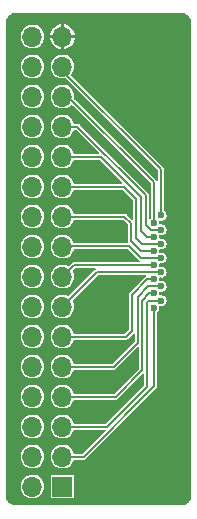
<source format=gbr>
%TF.GenerationSoftware,KiCad,Pcbnew,5.99.0-unknown-8eca23aabe~115~ubuntu20.04.1*%
%TF.CreationDate,2021-02-02T12:30:46+00:00*%
%TF.ProjectId,31pin_lcd_breakout,33317069-6e5f-46c6-9364-5f627265616b,rev?*%
%TF.SameCoordinates,Original*%
%TF.FileFunction,Copper,L2,Bot*%
%TF.FilePolarity,Positive*%
%FSLAX46Y46*%
G04 Gerber Fmt 4.6, Leading zero omitted, Abs format (unit mm)*
G04 Created by KiCad (PCBNEW 5.99.0-unknown-8eca23aabe~115~ubuntu20.04.1) date 2021-02-02 12:30:46*
%MOMM*%
%LPD*%
G01*
G04 APERTURE LIST*
%TA.AperFunction,ComponentPad*%
%ADD10R,1.700000X1.700000*%
%TD*%
%TA.AperFunction,ComponentPad*%
%ADD11O,1.700000X1.700000*%
%TD*%
%TA.AperFunction,ViaPad*%
%ADD12C,0.600000*%
%TD*%
%TA.AperFunction,Conductor*%
%ADD13C,0.200000*%
%TD*%
G04 APERTURE END LIST*
D10*
%TO.P,J1,1,Pin_1*%
%TO.N,/LCD_PIN1*%
X146939000Y-95250000D03*
D11*
%TO.P,J1,2,Pin_2*%
%TO.N,/LCD_PIN2*%
X144399000Y-95250000D03*
%TO.P,J1,3,Pin_3*%
%TO.N,/LCD_PIN3*%
X146939000Y-92710000D03*
%TO.P,J1,4,Pin_4*%
%TO.N,/LCD_PIN4*%
X144399000Y-92710000D03*
%TO.P,J1,5,Pin_5*%
%TO.N,/LCD_PIN5*%
X146939000Y-90170000D03*
%TO.P,J1,6,Pin_6*%
%TO.N,/LCD_PIN6*%
X144399000Y-90170000D03*
%TO.P,J1,7,Pin_7*%
%TO.N,/LCD_PIN7*%
X146939000Y-87630000D03*
%TO.P,J1,8,Pin_8*%
%TO.N,/LCD_PIN8*%
X144399000Y-87630000D03*
%TO.P,J1,9,Pin_9*%
%TO.N,/LCD_PIN9*%
X146939000Y-85090000D03*
%TO.P,J1,10,Pin_10*%
%TO.N,/LCD_PIN10*%
X144399000Y-85090000D03*
%TO.P,J1,11,Pin_11*%
%TO.N,/LCD_PIN11*%
X146939000Y-82550000D03*
%TO.P,J1,12,Pin_12*%
%TO.N,/LCD_PIN12*%
X144399000Y-82550000D03*
%TO.P,J1,13,Pin_13*%
%TO.N,/LCD_PIN13*%
X146939000Y-80010000D03*
%TO.P,J1,14,Pin_14*%
%TO.N,/LCD_PIN14*%
X144399000Y-80010000D03*
%TO.P,J1,15,Pin_15*%
%TO.N,/LCD_PIN15*%
X146939000Y-77470000D03*
%TO.P,J1,16,Pin_16*%
%TO.N,/LCD_PIN16*%
X144399000Y-77470000D03*
%TO.P,J1,17,Pin_17*%
%TO.N,/LCD_PIN17*%
X146939000Y-74930000D03*
%TO.P,J1,18,Pin_18*%
%TO.N,/LCD_PIN18*%
X144399000Y-74930000D03*
%TO.P,J1,19,Pin_19*%
%TO.N,/LCD_PIN19*%
X146939000Y-72390000D03*
%TO.P,J1,20,Pin_20*%
%TO.N,/LCD_PIN20*%
X144399000Y-72390000D03*
%TO.P,J1,21,Pin_21*%
%TO.N,/LCD_PIN21*%
X146939000Y-69850000D03*
%TO.P,J1,22,Pin_22*%
%TO.N,/LCD_PIN22*%
X144399000Y-69850000D03*
%TO.P,J1,23,Pin_23*%
%TO.N,/LCD_PIN23*%
X146939000Y-67310000D03*
%TO.P,J1,24,Pin_24*%
%TO.N,/LCD_PIN24*%
X144399000Y-67310000D03*
%TO.P,J1,25,Pin_25*%
%TO.N,/LCD_PIN25*%
X146939000Y-64770000D03*
%TO.P,J1,26,Pin_26*%
%TO.N,/LCD_PIN26*%
X144399000Y-64770000D03*
%TO.P,J1,27,Pin_27*%
%TO.N,/LCD_PIN27*%
X146939000Y-62230000D03*
%TO.P,J1,28,Pin_28*%
%TO.N,/LCD_PIN28*%
X144399000Y-62230000D03*
%TO.P,J1,29,Pin_29*%
%TO.N,/LCD_PIN29*%
X146939000Y-59690000D03*
%TO.P,J1,30,Pin_30*%
%TO.N,/LCD_PIN30*%
X144399000Y-59690000D03*
%TO.P,J1,31,Pin_31*%
%TO.N,/LCD_PIN31*%
X146939000Y-57150000D03*
%TO.P,J1,32,Pin_32*%
%TO.N,no_connect_32*%
X144399000Y-57150000D03*
%TD*%
D12*
%TO.N,/LCD_PIN31*%
X153100000Y-84200000D03*
X148300000Y-71700000D03*
X150400000Y-75600000D03*
X150700000Y-74100000D03*
X152000000Y-81800000D03*
X152200000Y-83200000D03*
X154674272Y-68625728D03*
X153500000Y-86500000D03*
X151200000Y-69200000D03*
X156900000Y-70900000D03*
X148200000Y-75600000D03*
X156300000Y-70200000D03*
X148300000Y-74300000D03*
X148300000Y-73000000D03*
X157000000Y-81600000D03*
X149200000Y-74300000D03*
X150200000Y-77700000D03*
X152038522Y-70861478D03*
X148900000Y-77100000D03*
X155400000Y-84200000D03*
X154100000Y-69800000D03*
%TO.N,/LCD_PIN29*%
X155300000Y-72300000D03*
%TO.N,/LCD_PIN27*%
X154700000Y-72900000D03*
%TO.N,/LCD_PIN25*%
X155300000Y-73500000D03*
%TO.N,/LCD_PIN23*%
X154700000Y-74100000D03*
%TO.N,/LCD_PIN21*%
X155300000Y-74700000D03*
%TO.N,/LCD_PIN19*%
X154700000Y-75300000D03*
%TO.N,/LCD_PIN17*%
X155300000Y-75900000D03*
%TO.N,/LCD_PIN15*%
X154700000Y-76500000D03*
%TO.N,/LCD_PIN13*%
X155300000Y-77100000D03*
%TO.N,/LCD_PIN11*%
X154700000Y-77700000D03*
%TO.N,/LCD_PIN9*%
X155300000Y-78300000D03*
%TO.N,/LCD_PIN7*%
X154700000Y-78900000D03*
%TO.N,/LCD_PIN5*%
X155300000Y-79500000D03*
%TO.N,/LCD_PIN3*%
X154700000Y-80100000D03*
%TD*%
D13*
%TO.N,/LCD_PIN29*%
X146939000Y-60039000D02*
X146939000Y-59690000D01*
X155300000Y-68400000D02*
X146939000Y-60039000D01*
X155300000Y-72300000D02*
X155300000Y-68400000D01*
%TO.N,/LCD_PIN27*%
X147430000Y-62230000D02*
X146939000Y-62230000D01*
X154700000Y-69500000D02*
X147430000Y-62230000D01*
X154700000Y-72900000D02*
X154700000Y-69500000D01*
%TO.N,/LCD_PIN25*%
X146939000Y-64770000D02*
X148201400Y-64770000D01*
X154000022Y-73100022D02*
X154400000Y-73500000D01*
X154000022Y-70568622D02*
X154000022Y-73100022D01*
X148201400Y-64770000D02*
X154000022Y-70568622D01*
X154400000Y-73500000D02*
X155300000Y-73500000D01*
%TO.N,/LCD_PIN23*%
X153600011Y-73600011D02*
X153600011Y-70734311D01*
X154100000Y-74100000D02*
X153600011Y-73600011D01*
X154700000Y-74100000D02*
X154100000Y-74100000D01*
X153600011Y-70734311D02*
X150175700Y-67310000D01*
X150175700Y-67310000D02*
X146939000Y-67310000D01*
%TO.N,/LCD_PIN21*%
X153200000Y-74200000D02*
X153700000Y-74700000D01*
X152150000Y-69850000D02*
X153200000Y-70900000D01*
X153200000Y-70900000D02*
X153200000Y-74200000D01*
X153700000Y-74700000D02*
X155300000Y-74700000D01*
X146939000Y-69850000D02*
X152150000Y-69850000D01*
%TO.N,/LCD_PIN19*%
X153600000Y-75300000D02*
X154700000Y-75300000D01*
X146939000Y-72390000D02*
X152190000Y-72390000D01*
X152750000Y-72950000D02*
X152750000Y-74450000D01*
X152190000Y-72390000D02*
X152750000Y-72950000D01*
X152750000Y-74450000D02*
X153600000Y-75300000D01*
%TO.N,/LCD_PIN17*%
X146969000Y-74900000D02*
X152600000Y-74900000D01*
X146939000Y-74930000D02*
X146969000Y-74900000D01*
X152600000Y-74900000D02*
X153600000Y-75900000D01*
X153600000Y-75900000D02*
X155300000Y-75900000D01*
%TO.N,/LCD_PIN15*%
X147909000Y-76500000D02*
X146939000Y-77470000D01*
X154700000Y-76500000D02*
X147909000Y-76500000D01*
%TO.N,/LCD_PIN13*%
X149849000Y-77100000D02*
X155300000Y-77100000D01*
X146939000Y-80010000D02*
X149849000Y-77100000D01*
X153700000Y-77100000D02*
X155300000Y-77100000D01*
%TO.N,/LCD_PIN11*%
X154100000Y-77700000D02*
X154700000Y-77700000D01*
X152800000Y-82100000D02*
X152800000Y-79000000D01*
X146939000Y-82550000D02*
X152350000Y-82550000D01*
X152350000Y-82550000D02*
X152800000Y-82100000D01*
X152800000Y-79000000D02*
X154100000Y-77700000D01*
%TO.N,/LCD_PIN9*%
X153300000Y-83100000D02*
X153300000Y-79200000D01*
X153300000Y-79200000D02*
X154200000Y-78300000D01*
X154200000Y-78300000D02*
X155300000Y-78300000D01*
X151310000Y-85090000D02*
X153300000Y-83100000D01*
X146939000Y-85090000D02*
X151310000Y-85090000D01*
%TO.N,/LCD_PIN7*%
X153700000Y-85400000D02*
X151470000Y-87630000D01*
X151470000Y-87630000D02*
X146939000Y-87630000D01*
X154300000Y-78900000D02*
X153700000Y-79500000D01*
X153700000Y-79500000D02*
X153700000Y-85400000D01*
X154700000Y-78900000D02*
X154300000Y-78900000D01*
%TO.N,/LCD_PIN5*%
X154100000Y-86800000D02*
X150730000Y-90170000D01*
X155300000Y-79500000D02*
X154265700Y-79500000D01*
X154265700Y-79500000D02*
X154100000Y-79665700D01*
X150730000Y-90170000D02*
X146939000Y-90170000D01*
X154100000Y-79665700D02*
X154100000Y-86800000D01*
%TO.N,/LCD_PIN3*%
X146939000Y-92710000D02*
X148755700Y-92710000D01*
X154700000Y-86765700D02*
X154700000Y-80100000D01*
X148755700Y-92710000D02*
X154700000Y-86765700D01*
%TD*%
%TA.AperFunction,Conductor*%
%TO.N,/LCD_PIN31*%
G36*
X156972496Y-55152995D02*
G01*
X156972870Y-55153104D01*
X156977676Y-55154515D01*
X156982526Y-55154630D01*
X156982527Y-55154630D01*
X157054947Y-55156345D01*
X157060447Y-55156680D01*
X157083229Y-55158924D01*
X157095057Y-55160088D01*
X157102233Y-55161153D01*
X157226568Y-55185885D01*
X157233597Y-55187645D01*
X157246265Y-55191488D01*
X157257080Y-55194769D01*
X157263915Y-55197215D01*
X157381049Y-55245734D01*
X157387612Y-55248838D01*
X157387616Y-55248840D01*
X157409225Y-55260390D01*
X157415450Y-55264121D01*
X157520874Y-55334563D01*
X157526698Y-55338882D01*
X157526701Y-55338884D01*
X157526702Y-55338885D01*
X157545657Y-55354441D01*
X157551038Y-55359318D01*
X157640680Y-55448960D01*
X157645559Y-55454343D01*
X157661116Y-55473301D01*
X157665439Y-55479131D01*
X157735880Y-55584552D01*
X157739614Y-55590782D01*
X157751160Y-55612383D01*
X157754259Y-55618934D01*
X157802795Y-55736106D01*
X157805227Y-55742905D01*
X157812354Y-55766398D01*
X157814114Y-55773427D01*
X157837262Y-55889800D01*
X157838846Y-55897762D01*
X157839912Y-55904946D01*
X157843320Y-55939553D01*
X157843655Y-55945053D01*
X157845485Y-56022325D01*
X157846852Y-56026981D01*
X157846852Y-56026982D01*
X157847005Y-56027505D01*
X157850000Y-56048344D01*
X157850000Y-95951668D01*
X157847004Y-95972510D01*
X157846854Y-95973019D01*
X157846853Y-95973028D01*
X157845488Y-95977677D01*
X157845373Y-95982527D01*
X157845373Y-95982528D01*
X157843657Y-96054940D01*
X157843322Y-96060437D01*
X157839914Y-96095054D01*
X157838850Y-96102229D01*
X157827457Y-96159507D01*
X157814119Y-96226562D01*
X157812354Y-96233607D01*
X157805231Y-96257087D01*
X157802785Y-96263924D01*
X157754271Y-96381046D01*
X157751166Y-96387610D01*
X157739610Y-96409230D01*
X157735877Y-96415459D01*
X157665438Y-96520878D01*
X157661121Y-96526698D01*
X157645562Y-96545657D01*
X157640691Y-96551032D01*
X157551038Y-96640685D01*
X157545660Y-96645559D01*
X157526704Y-96661116D01*
X157520879Y-96665437D01*
X157415457Y-96735877D01*
X157409233Y-96739607D01*
X157387594Y-96751174D01*
X157381042Y-96754272D01*
X157293187Y-96790662D01*
X157263920Y-96802785D01*
X157257084Y-96805231D01*
X157233610Y-96812352D01*
X157226567Y-96814116D01*
X157102215Y-96838850D01*
X157095057Y-96839912D01*
X157060430Y-96843323D01*
X157054978Y-96843654D01*
X156989503Y-96845205D01*
X156982528Y-96845370D01*
X156982527Y-96845370D01*
X156977676Y-96845485D01*
X156973019Y-96846852D01*
X156973018Y-96846852D01*
X156972496Y-96847005D01*
X156951657Y-96850000D01*
X143048344Y-96850000D01*
X143027505Y-96847005D01*
X143026982Y-96846852D01*
X143026983Y-96846852D01*
X143022325Y-96845485D01*
X143017475Y-96845370D01*
X143017474Y-96845370D01*
X142945053Y-96843655D01*
X142939553Y-96843320D01*
X142916771Y-96841076D01*
X142904943Y-96839912D01*
X142897767Y-96838847D01*
X142773427Y-96814114D01*
X142766407Y-96812356D01*
X142742905Y-96805227D01*
X142736106Y-96802795D01*
X142618934Y-96754259D01*
X142612388Y-96751162D01*
X142590775Y-96739610D01*
X142584552Y-96735880D01*
X142479131Y-96665439D01*
X142473301Y-96661116D01*
X142456104Y-96647004D01*
X142454342Y-96645558D01*
X142448960Y-96640680D01*
X142359318Y-96551038D01*
X142354441Y-96545657D01*
X142354437Y-96545652D01*
X142338882Y-96526698D01*
X142334559Y-96520869D01*
X142264121Y-96415450D01*
X142260387Y-96409220D01*
X142248838Y-96387612D01*
X142245734Y-96381049D01*
X142197215Y-96263915D01*
X142194769Y-96257080D01*
X142191130Y-96245085D01*
X142187645Y-96233597D01*
X142185885Y-96226568D01*
X142161153Y-96102233D01*
X142160088Y-96095054D01*
X142156680Y-96060447D01*
X142156345Y-96054947D01*
X142154630Y-95982527D01*
X142154630Y-95982526D01*
X142154515Y-95977676D01*
X142152995Y-95972496D01*
X142150000Y-95951657D01*
X142150000Y-95348120D01*
X143398299Y-95348120D01*
X143438468Y-95547334D01*
X143517874Y-95734403D01*
X143633273Y-95901685D01*
X143779952Y-96042345D01*
X143783118Y-96044339D01*
X143783121Y-96044341D01*
X143919635Y-96130308D01*
X143951919Y-96150638D01*
X143955428Y-96151957D01*
X143955430Y-96151958D01*
X144093606Y-96203895D01*
X144142149Y-96222141D01*
X144342871Y-96253932D01*
X144346616Y-96253762D01*
X144346618Y-96253762D01*
X144542143Y-96244883D01*
X144545886Y-96244713D01*
X144549516Y-96243794D01*
X144549519Y-96243794D01*
X144739267Y-96195781D01*
X144739271Y-96195779D01*
X144742901Y-96194861D01*
X144803503Y-96165565D01*
X144922494Y-96108042D01*
X144925868Y-96106411D01*
X144934123Y-96100100D01*
X144958866Y-96081182D01*
X145087312Y-95982978D01*
X145220639Y-95829603D01*
X145320403Y-95652551D01*
X145382527Y-95459055D01*
X145404475Y-95257020D01*
X145404500Y-95250000D01*
X145383963Y-95047816D01*
X145323191Y-94853891D01*
X145224666Y-94676148D01*
X145092412Y-94521845D01*
X145089452Y-94519549D01*
X145089450Y-94519547D01*
X144935331Y-94400000D01*
X145933500Y-94400000D01*
X145933500Y-96100000D01*
X145934210Y-96103569D01*
X145934210Y-96103570D01*
X145943573Y-96150638D01*
X145945337Y-96159507D01*
X145979045Y-96209955D01*
X146029493Y-96243663D01*
X146036638Y-96245084D01*
X146036640Y-96245085D01*
X146085430Y-96254790D01*
X146085431Y-96254790D01*
X146089000Y-96255500D01*
X147789000Y-96255500D01*
X147792569Y-96254790D01*
X147792570Y-96254790D01*
X147841360Y-96245085D01*
X147841362Y-96245084D01*
X147848507Y-96243663D01*
X147898955Y-96209955D01*
X147932663Y-96159507D01*
X147934428Y-96150638D01*
X147943790Y-96103570D01*
X147943790Y-96103569D01*
X147944500Y-96100000D01*
X147944500Y-94400000D01*
X147932663Y-94340493D01*
X147898955Y-94290045D01*
X147848507Y-94256337D01*
X147841362Y-94254916D01*
X147841360Y-94254915D01*
X147792570Y-94245210D01*
X147792569Y-94245210D01*
X147789000Y-94244500D01*
X146089000Y-94244500D01*
X146085431Y-94245210D01*
X146085430Y-94245210D01*
X146036640Y-94254915D01*
X146036638Y-94254916D01*
X146029493Y-94256337D01*
X145979045Y-94290045D01*
X145945337Y-94340493D01*
X145933500Y-94400000D01*
X144935331Y-94400000D01*
X144934800Y-94399588D01*
X144934796Y-94399585D01*
X144931834Y-94397288D01*
X144749489Y-94307563D01*
X144552827Y-94256336D01*
X144549088Y-94256140D01*
X144353627Y-94245896D01*
X144353624Y-94245896D01*
X144349882Y-94245700D01*
X144148942Y-94276090D01*
X144145427Y-94277383D01*
X144145424Y-94277384D01*
X143990365Y-94334435D01*
X143958218Y-94346263D01*
X143955031Y-94348239D01*
X143788682Y-94451379D01*
X143788679Y-94451381D01*
X143785499Y-94453353D01*
X143637841Y-94592986D01*
X143521277Y-94759457D01*
X143440567Y-94945967D01*
X143399008Y-95144897D01*
X143398299Y-95348120D01*
X142150000Y-95348120D01*
X142150000Y-92808120D01*
X143398299Y-92808120D01*
X143415760Y-92894715D01*
X143431320Y-92971882D01*
X143438468Y-93007334D01*
X143517874Y-93194403D01*
X143633273Y-93361685D01*
X143779952Y-93502345D01*
X143783118Y-93504339D01*
X143783121Y-93504341D01*
X143878073Y-93564135D01*
X143951919Y-93610638D01*
X143955428Y-93611957D01*
X143955430Y-93611958D01*
X144112669Y-93671060D01*
X144142149Y-93682141D01*
X144342871Y-93713932D01*
X144346616Y-93713762D01*
X144346618Y-93713762D01*
X144542143Y-93704883D01*
X144545886Y-93704713D01*
X144549516Y-93703794D01*
X144549519Y-93703794D01*
X144739267Y-93655781D01*
X144739271Y-93655779D01*
X144742901Y-93654861D01*
X144925868Y-93566411D01*
X145087312Y-93442978D01*
X145220639Y-93289603D01*
X145320403Y-93112551D01*
X145382527Y-92919055D01*
X145404475Y-92717020D01*
X145404500Y-92710000D01*
X145383963Y-92507816D01*
X145323191Y-92313891D01*
X145224666Y-92136148D01*
X145092412Y-91981845D01*
X145089452Y-91979549D01*
X145089450Y-91979547D01*
X144934800Y-91859588D01*
X144934796Y-91859585D01*
X144931834Y-91857288D01*
X144749489Y-91767563D01*
X144552827Y-91716336D01*
X144549088Y-91716140D01*
X144353627Y-91705896D01*
X144353624Y-91705896D01*
X144349882Y-91705700D01*
X144148942Y-91736090D01*
X144145427Y-91737383D01*
X144145424Y-91737384D01*
X143961740Y-91804967D01*
X143958218Y-91806263D01*
X143955031Y-91808239D01*
X143788682Y-91911379D01*
X143788679Y-91911381D01*
X143785499Y-91913353D01*
X143637841Y-92052986D01*
X143521277Y-92219457D01*
X143440567Y-92405967D01*
X143399008Y-92604897D01*
X143398299Y-92808120D01*
X142150000Y-92808120D01*
X142150000Y-90268120D01*
X143398299Y-90268120D01*
X143399041Y-90271798D01*
X143431320Y-90431882D01*
X143438468Y-90467334D01*
X143439932Y-90470784D01*
X143439933Y-90470786D01*
X143444545Y-90481650D01*
X143517874Y-90654403D01*
X143633273Y-90821685D01*
X143779952Y-90962345D01*
X143783118Y-90964339D01*
X143783121Y-90964341D01*
X143878073Y-91024135D01*
X143951919Y-91070638D01*
X143955428Y-91071957D01*
X143955430Y-91071958D01*
X144112669Y-91131060D01*
X144142149Y-91142141D01*
X144342871Y-91173932D01*
X144346616Y-91173762D01*
X144346618Y-91173762D01*
X144542143Y-91164883D01*
X144545886Y-91164713D01*
X144549516Y-91163794D01*
X144549519Y-91163794D01*
X144739267Y-91115781D01*
X144739271Y-91115779D01*
X144742901Y-91114861D01*
X144925868Y-91026411D01*
X145087312Y-90902978D01*
X145220639Y-90749603D01*
X145320403Y-90572551D01*
X145382527Y-90379055D01*
X145404475Y-90177020D01*
X145404500Y-90170000D01*
X145383963Y-89967816D01*
X145323191Y-89773891D01*
X145224666Y-89596148D01*
X145092412Y-89441845D01*
X145089452Y-89439549D01*
X145089450Y-89439547D01*
X144934800Y-89319588D01*
X144934796Y-89319585D01*
X144931834Y-89317288D01*
X144749489Y-89227563D01*
X144552827Y-89176336D01*
X144549088Y-89176140D01*
X144353627Y-89165896D01*
X144353624Y-89165896D01*
X144349882Y-89165700D01*
X144148942Y-89196090D01*
X144145427Y-89197383D01*
X144145424Y-89197384D01*
X143961740Y-89264967D01*
X143958218Y-89266263D01*
X143955031Y-89268239D01*
X143788682Y-89371379D01*
X143788679Y-89371381D01*
X143785499Y-89373353D01*
X143637841Y-89512986D01*
X143521277Y-89679457D01*
X143440567Y-89865967D01*
X143399008Y-90064897D01*
X143398299Y-90268120D01*
X142150000Y-90268120D01*
X142150000Y-87728120D01*
X143398299Y-87728120D01*
X143415760Y-87814715D01*
X143431320Y-87891882D01*
X143438468Y-87927334D01*
X143517874Y-88114403D01*
X143633273Y-88281685D01*
X143779952Y-88422345D01*
X143783118Y-88424339D01*
X143783121Y-88424341D01*
X143878073Y-88484135D01*
X143951919Y-88530638D01*
X143955428Y-88531957D01*
X143955430Y-88531958D01*
X144112669Y-88591060D01*
X144142149Y-88602141D01*
X144342871Y-88633932D01*
X144346616Y-88633762D01*
X144346618Y-88633762D01*
X144542143Y-88624883D01*
X144545886Y-88624713D01*
X144549516Y-88623794D01*
X144549519Y-88623794D01*
X144739267Y-88575781D01*
X144739271Y-88575779D01*
X144742901Y-88574861D01*
X144925868Y-88486411D01*
X145087312Y-88362978D01*
X145220639Y-88209603D01*
X145320403Y-88032551D01*
X145382527Y-87839055D01*
X145404475Y-87637020D01*
X145404500Y-87630000D01*
X145383963Y-87427816D01*
X145323191Y-87233891D01*
X145224666Y-87056148D01*
X145092412Y-86901845D01*
X145089452Y-86899549D01*
X145089450Y-86899547D01*
X144934800Y-86779588D01*
X144934796Y-86779585D01*
X144931834Y-86777288D01*
X144893756Y-86758551D01*
X144752852Y-86689218D01*
X144749489Y-86687563D01*
X144552827Y-86636336D01*
X144549088Y-86636140D01*
X144353627Y-86625896D01*
X144353624Y-86625896D01*
X144349882Y-86625700D01*
X144148942Y-86656090D01*
X144145427Y-86657383D01*
X144145424Y-86657384D01*
X143961740Y-86724967D01*
X143958218Y-86726263D01*
X143955031Y-86728239D01*
X143788682Y-86831379D01*
X143788679Y-86831381D01*
X143785499Y-86833353D01*
X143782777Y-86835927D01*
X143753646Y-86863475D01*
X143637841Y-86972986D01*
X143521277Y-87139457D01*
X143440567Y-87325967D01*
X143399008Y-87524897D01*
X143398299Y-87728120D01*
X142150000Y-87728120D01*
X142150000Y-85188120D01*
X143398299Y-85188120D01*
X143415760Y-85274715D01*
X143431320Y-85351882D01*
X143438468Y-85387334D01*
X143517874Y-85574403D01*
X143633273Y-85741685D01*
X143779952Y-85882345D01*
X143783118Y-85884339D01*
X143783121Y-85884341D01*
X143878073Y-85944135D01*
X143951919Y-85990638D01*
X143955428Y-85991957D01*
X143955430Y-85991958D01*
X144112669Y-86051060D01*
X144142149Y-86062141D01*
X144342871Y-86093932D01*
X144346616Y-86093762D01*
X144346618Y-86093762D01*
X144542143Y-86084883D01*
X144545886Y-86084713D01*
X144549516Y-86083794D01*
X144549519Y-86083794D01*
X144739267Y-86035781D01*
X144739271Y-86035779D01*
X144742901Y-86034861D01*
X144925868Y-85946411D01*
X145087312Y-85822978D01*
X145220639Y-85669603D01*
X145320403Y-85492551D01*
X145382527Y-85299055D01*
X145404475Y-85097020D01*
X145404500Y-85090000D01*
X145383963Y-84887816D01*
X145323191Y-84693891D01*
X145224666Y-84516148D01*
X145092412Y-84361845D01*
X145089452Y-84359549D01*
X145089450Y-84359547D01*
X144934800Y-84239588D01*
X144934796Y-84239585D01*
X144931834Y-84237288D01*
X144749489Y-84147563D01*
X144552827Y-84096336D01*
X144549088Y-84096140D01*
X144353627Y-84085896D01*
X144353624Y-84085896D01*
X144349882Y-84085700D01*
X144148942Y-84116090D01*
X144145427Y-84117383D01*
X144145424Y-84117384D01*
X143961740Y-84184967D01*
X143958218Y-84186263D01*
X143955031Y-84188239D01*
X143788682Y-84291379D01*
X143788679Y-84291381D01*
X143785499Y-84293353D01*
X143637841Y-84432986D01*
X143521277Y-84599457D01*
X143440567Y-84785967D01*
X143399008Y-84984897D01*
X143398299Y-85188120D01*
X142150000Y-85188120D01*
X142150000Y-82648120D01*
X143398299Y-82648120D01*
X143415760Y-82734715D01*
X143431320Y-82811882D01*
X143438468Y-82847334D01*
X143517874Y-83034403D01*
X143633273Y-83201685D01*
X143779952Y-83342345D01*
X143783118Y-83344339D01*
X143783121Y-83344341D01*
X143878073Y-83404135D01*
X143951919Y-83450638D01*
X143955428Y-83451957D01*
X143955430Y-83451958D01*
X144112669Y-83511060D01*
X144142149Y-83522141D01*
X144342871Y-83553932D01*
X144346616Y-83553762D01*
X144346618Y-83553762D01*
X144542143Y-83544883D01*
X144545886Y-83544713D01*
X144549516Y-83543794D01*
X144549519Y-83543794D01*
X144739267Y-83495781D01*
X144739271Y-83495779D01*
X144742901Y-83494861D01*
X144925868Y-83406411D01*
X145087312Y-83282978D01*
X145220639Y-83129603D01*
X145283573Y-83017913D01*
X145318563Y-82955817D01*
X145318564Y-82955815D01*
X145320403Y-82952551D01*
X145382527Y-82759055D01*
X145404475Y-82557020D01*
X145404500Y-82550000D01*
X145383963Y-82347816D01*
X145368733Y-82299218D01*
X145324312Y-82157467D01*
X145324311Y-82157464D01*
X145323191Y-82153891D01*
X145224666Y-81976148D01*
X145092412Y-81821845D01*
X145089452Y-81819549D01*
X145089450Y-81819547D01*
X144934800Y-81699588D01*
X144934796Y-81699585D01*
X144931834Y-81697288D01*
X144749489Y-81607563D01*
X144552827Y-81556336D01*
X144549088Y-81556140D01*
X144353627Y-81545896D01*
X144353624Y-81545896D01*
X144349882Y-81545700D01*
X144148942Y-81576090D01*
X144145427Y-81577383D01*
X144145424Y-81577384D01*
X143961740Y-81644967D01*
X143958218Y-81646263D01*
X143955031Y-81648239D01*
X143788682Y-81751379D01*
X143788679Y-81751381D01*
X143785499Y-81753353D01*
X143637841Y-81892986D01*
X143635695Y-81896051D01*
X143635694Y-81896052D01*
X143553699Y-82013153D01*
X143521277Y-82059457D01*
X143440567Y-82245967D01*
X143399008Y-82444897D01*
X143398299Y-82648120D01*
X142150000Y-82648120D01*
X142150000Y-80108120D01*
X143398299Y-80108120D01*
X143438468Y-80307334D01*
X143439932Y-80310784D01*
X143439933Y-80310786D01*
X143510053Y-80475977D01*
X143517874Y-80494403D01*
X143633273Y-80661685D01*
X143779952Y-80802345D01*
X143783118Y-80804339D01*
X143783121Y-80804341D01*
X143878073Y-80864135D01*
X143951919Y-80910638D01*
X143955428Y-80911957D01*
X143955430Y-80911958D01*
X144112669Y-80971060D01*
X144142149Y-80982141D01*
X144342871Y-81013932D01*
X144346616Y-81013762D01*
X144346618Y-81013762D01*
X144542143Y-81004883D01*
X144545886Y-81004713D01*
X144549516Y-81003794D01*
X144549519Y-81003794D01*
X144739267Y-80955781D01*
X144739271Y-80955779D01*
X144742901Y-80954861D01*
X144925868Y-80866411D01*
X145087312Y-80742978D01*
X145220639Y-80589603D01*
X145320403Y-80412551D01*
X145322328Y-80406557D01*
X145381383Y-80222618D01*
X145382527Y-80219055D01*
X145404475Y-80017020D01*
X145404500Y-80010000D01*
X145383963Y-79807816D01*
X145350969Y-79702532D01*
X145324312Y-79617467D01*
X145324311Y-79617464D01*
X145323191Y-79613891D01*
X145224666Y-79436148D01*
X145092412Y-79281845D01*
X145089452Y-79279549D01*
X145089450Y-79279547D01*
X144934800Y-79159588D01*
X144934796Y-79159585D01*
X144931834Y-79157288D01*
X144908791Y-79145949D01*
X144797796Y-79091333D01*
X144749489Y-79067563D01*
X144552827Y-79016336D01*
X144549088Y-79016140D01*
X144353627Y-79005896D01*
X144353624Y-79005896D01*
X144349882Y-79005700D01*
X144148942Y-79036090D01*
X144145427Y-79037383D01*
X144145424Y-79037384D01*
X143965018Y-79103761D01*
X143958218Y-79106263D01*
X143955031Y-79108239D01*
X143788682Y-79211379D01*
X143788679Y-79211381D01*
X143785499Y-79213353D01*
X143637841Y-79352986D01*
X143635695Y-79356051D01*
X143635694Y-79356052D01*
X143523430Y-79516382D01*
X143521277Y-79519457D01*
X143519787Y-79522901D01*
X143466646Y-79645703D01*
X143440567Y-79705967D01*
X143399008Y-79904897D01*
X143398299Y-80108120D01*
X142150000Y-80108120D01*
X142150000Y-77568120D01*
X143398299Y-77568120D01*
X143438468Y-77767334D01*
X143439932Y-77770784D01*
X143439933Y-77770786D01*
X143515401Y-77948576D01*
X143517874Y-77954403D01*
X143633273Y-78121685D01*
X143779952Y-78262345D01*
X143783118Y-78264339D01*
X143783121Y-78264341D01*
X143835193Y-78297132D01*
X143951919Y-78370638D01*
X143955428Y-78371957D01*
X143955430Y-78371958D01*
X144112669Y-78431060D01*
X144142149Y-78442141D01*
X144342871Y-78473932D01*
X144346616Y-78473762D01*
X144346618Y-78473762D01*
X144542143Y-78464883D01*
X144545886Y-78464713D01*
X144549516Y-78463794D01*
X144549519Y-78463794D01*
X144739267Y-78415781D01*
X144739271Y-78415779D01*
X144742901Y-78414861D01*
X144925868Y-78326411D01*
X145087312Y-78202978D01*
X145220639Y-78049603D01*
X145320403Y-77872551D01*
X145382527Y-77679055D01*
X145404475Y-77477020D01*
X145404500Y-77470000D01*
X145383963Y-77267816D01*
X145334513Y-77110019D01*
X145324312Y-77077467D01*
X145324311Y-77077464D01*
X145323191Y-77073891D01*
X145224666Y-76896148D01*
X145092412Y-76741845D01*
X145089452Y-76739549D01*
X145089450Y-76739547D01*
X144934800Y-76619588D01*
X144934796Y-76619585D01*
X144931834Y-76617288D01*
X144908791Y-76605949D01*
X144752852Y-76529218D01*
X144749489Y-76527563D01*
X144552827Y-76476336D01*
X144549088Y-76476140D01*
X144353627Y-76465896D01*
X144353624Y-76465896D01*
X144349882Y-76465700D01*
X144148942Y-76496090D01*
X144145427Y-76497383D01*
X144145424Y-76497384D01*
X143961740Y-76564967D01*
X143958218Y-76566263D01*
X143955031Y-76568239D01*
X143788682Y-76671379D01*
X143788679Y-76671381D01*
X143785499Y-76673353D01*
X143637841Y-76812986D01*
X143635695Y-76816051D01*
X143635694Y-76816052D01*
X143563375Y-76919334D01*
X143521277Y-76979457D01*
X143519787Y-76982901D01*
X143470355Y-77097132D01*
X143440567Y-77165967D01*
X143399008Y-77364897D01*
X143398995Y-77368640D01*
X143398442Y-77527260D01*
X143398299Y-77568120D01*
X142150000Y-77568120D01*
X142150000Y-75028120D01*
X143398299Y-75028120D01*
X143438468Y-75227334D01*
X143439932Y-75230784D01*
X143439933Y-75230786D01*
X143473566Y-75310019D01*
X143517874Y-75414403D01*
X143633273Y-75581685D01*
X143779952Y-75722345D01*
X143783118Y-75724339D01*
X143783121Y-75724341D01*
X143849378Y-75766065D01*
X143951919Y-75830638D01*
X143955428Y-75831957D01*
X143955430Y-75831958D01*
X144112669Y-75891060D01*
X144142149Y-75902141D01*
X144342871Y-75933932D01*
X144346616Y-75933762D01*
X144346618Y-75933762D01*
X144542143Y-75924883D01*
X144545886Y-75924713D01*
X144549516Y-75923794D01*
X144549519Y-75923794D01*
X144739267Y-75875781D01*
X144739271Y-75875779D01*
X144742901Y-75874861D01*
X144925868Y-75786411D01*
X145087312Y-75662978D01*
X145220639Y-75509603D01*
X145240003Y-75475238D01*
X145318563Y-75335817D01*
X145318564Y-75335815D01*
X145320403Y-75332551D01*
X145329923Y-75302901D01*
X145381383Y-75142618D01*
X145382527Y-75139055D01*
X145404475Y-74937020D01*
X145404500Y-74930000D01*
X145383963Y-74727816D01*
X145374347Y-74697132D01*
X145324312Y-74537467D01*
X145324311Y-74537464D01*
X145323191Y-74533891D01*
X145224666Y-74356148D01*
X145214695Y-74344514D01*
X145094851Y-74204691D01*
X145092412Y-74201845D01*
X145089452Y-74199549D01*
X145089450Y-74199547D01*
X144934800Y-74079588D01*
X144934796Y-74079585D01*
X144931834Y-74077288D01*
X144908055Y-74065587D01*
X144752852Y-73989218D01*
X144749489Y-73987563D01*
X144552827Y-73936336D01*
X144549088Y-73936140D01*
X144353627Y-73925896D01*
X144353624Y-73925896D01*
X144349882Y-73925700D01*
X144148942Y-73956090D01*
X144145427Y-73957383D01*
X144145424Y-73957384D01*
X143961740Y-74024967D01*
X143958218Y-74026263D01*
X143955031Y-74028239D01*
X143788682Y-74131379D01*
X143788679Y-74131381D01*
X143785499Y-74133353D01*
X143637841Y-74272986D01*
X143635695Y-74276051D01*
X143635694Y-74276052D01*
X143589701Y-74341737D01*
X143521277Y-74439457D01*
X143505837Y-74475137D01*
X143468647Y-74561079D01*
X143440567Y-74625967D01*
X143439802Y-74629629D01*
X143439801Y-74629632D01*
X143424212Y-74704252D01*
X143399008Y-74824897D01*
X143398299Y-75028120D01*
X142150000Y-75028120D01*
X142150000Y-72488120D01*
X143398299Y-72488120D01*
X143408522Y-72538819D01*
X143432940Y-72659916D01*
X143438468Y-72687334D01*
X143439932Y-72690784D01*
X143439933Y-72690786D01*
X143466819Y-72754124D01*
X143517874Y-72874403D01*
X143633273Y-73041685D01*
X143779952Y-73182345D01*
X143783118Y-73184339D01*
X143783121Y-73184341D01*
X143878073Y-73244135D01*
X143951919Y-73290638D01*
X143955428Y-73291957D01*
X143955430Y-73291958D01*
X144112669Y-73351060D01*
X144142149Y-73362141D01*
X144342871Y-73393932D01*
X144346616Y-73393762D01*
X144346618Y-73393762D01*
X144542143Y-73384883D01*
X144545886Y-73384713D01*
X144549516Y-73383794D01*
X144549519Y-73383794D01*
X144739267Y-73335781D01*
X144739271Y-73335779D01*
X144742901Y-73334861D01*
X144925868Y-73246411D01*
X144929060Y-73243971D01*
X145053831Y-73148576D01*
X145087312Y-73122978D01*
X145153972Y-73046295D01*
X145218180Y-72972432D01*
X145218181Y-72972431D01*
X145220639Y-72969603D01*
X145259858Y-72900000D01*
X145318563Y-72795817D01*
X145318564Y-72795815D01*
X145320403Y-72792551D01*
X145332741Y-72754124D01*
X145381383Y-72602618D01*
X145382527Y-72599055D01*
X145404475Y-72397020D01*
X145404500Y-72390000D01*
X145383963Y-72187816D01*
X145337612Y-72039908D01*
X145324312Y-71997467D01*
X145324311Y-71997464D01*
X145323191Y-71993891D01*
X145224666Y-71816148D01*
X145092412Y-71661845D01*
X145089452Y-71659549D01*
X145089450Y-71659547D01*
X144934800Y-71539588D01*
X144934796Y-71539585D01*
X144931834Y-71537288D01*
X144749489Y-71447563D01*
X144552827Y-71396336D01*
X144549088Y-71396140D01*
X144353627Y-71385896D01*
X144353624Y-71385896D01*
X144349882Y-71385700D01*
X144148942Y-71416090D01*
X144145427Y-71417383D01*
X144145424Y-71417384D01*
X143961740Y-71484967D01*
X143958218Y-71486263D01*
X143955031Y-71488239D01*
X143788682Y-71591379D01*
X143788679Y-71591381D01*
X143785499Y-71593353D01*
X143637841Y-71732986D01*
X143521277Y-71899457D01*
X143519787Y-71902901D01*
X143456583Y-72048957D01*
X143440567Y-72085967D01*
X143439802Y-72089629D01*
X143439801Y-72089632D01*
X143422691Y-72171534D01*
X143399008Y-72284897D01*
X143398299Y-72488120D01*
X142150000Y-72488120D01*
X142150000Y-69948120D01*
X143398299Y-69948120D01*
X143399041Y-69951798D01*
X143431320Y-70111882D01*
X143438468Y-70147334D01*
X143517874Y-70334403D01*
X143633273Y-70501685D01*
X143779952Y-70642345D01*
X143783118Y-70644339D01*
X143783121Y-70644341D01*
X143878073Y-70704135D01*
X143951919Y-70750638D01*
X143955428Y-70751957D01*
X143955430Y-70751958D01*
X144112669Y-70811060D01*
X144142149Y-70822141D01*
X144342871Y-70853932D01*
X144346616Y-70853762D01*
X144346618Y-70853762D01*
X144542143Y-70844883D01*
X144545886Y-70844713D01*
X144549516Y-70843794D01*
X144549519Y-70843794D01*
X144739267Y-70795781D01*
X144739271Y-70795779D01*
X144742901Y-70794861D01*
X144925868Y-70706411D01*
X145087312Y-70582978D01*
X145220639Y-70429603D01*
X145320403Y-70252551D01*
X145382527Y-70059055D01*
X145404475Y-69857020D01*
X145404500Y-69850000D01*
X145383963Y-69647816D01*
X145345519Y-69525141D01*
X145324312Y-69457467D01*
X145324311Y-69457464D01*
X145323191Y-69453891D01*
X145224666Y-69276148D01*
X145092412Y-69121845D01*
X145089452Y-69119549D01*
X145089450Y-69119547D01*
X144934800Y-68999588D01*
X144934796Y-68999585D01*
X144931834Y-68997288D01*
X144749489Y-68907563D01*
X144552827Y-68856336D01*
X144549088Y-68856140D01*
X144353627Y-68845896D01*
X144353624Y-68845896D01*
X144349882Y-68845700D01*
X144148942Y-68876090D01*
X144145427Y-68877383D01*
X144145424Y-68877384D01*
X143961740Y-68944967D01*
X143958218Y-68946263D01*
X143955031Y-68948239D01*
X143788682Y-69051379D01*
X143788679Y-69051381D01*
X143785499Y-69053353D01*
X143637841Y-69192986D01*
X143521277Y-69359457D01*
X143502770Y-69402225D01*
X143460459Y-69500000D01*
X143440567Y-69545967D01*
X143439802Y-69549629D01*
X143439801Y-69549632D01*
X143433021Y-69582086D01*
X143399008Y-69744897D01*
X143398299Y-69948120D01*
X142150000Y-69948120D01*
X142150000Y-67408120D01*
X143398299Y-67408120D01*
X143399041Y-67411798D01*
X143431320Y-67571882D01*
X143438468Y-67607334D01*
X143517874Y-67794403D01*
X143633273Y-67961685D01*
X143779952Y-68102345D01*
X143783118Y-68104339D01*
X143783121Y-68104341D01*
X143878073Y-68164135D01*
X143951919Y-68210638D01*
X143955428Y-68211957D01*
X143955430Y-68211958D01*
X144112669Y-68271060D01*
X144142149Y-68282141D01*
X144342871Y-68313932D01*
X144346616Y-68313762D01*
X144346618Y-68313762D01*
X144542143Y-68304883D01*
X144545886Y-68304713D01*
X144549516Y-68303794D01*
X144549519Y-68303794D01*
X144739267Y-68255781D01*
X144739271Y-68255779D01*
X144742901Y-68254861D01*
X144925868Y-68166411D01*
X145087312Y-68042978D01*
X145220639Y-67889603D01*
X145320403Y-67712551D01*
X145382527Y-67519055D01*
X145404475Y-67317020D01*
X145404500Y-67310000D01*
X145383963Y-67107816D01*
X145350969Y-67002532D01*
X145324312Y-66917467D01*
X145324311Y-66917464D01*
X145323191Y-66913891D01*
X145224666Y-66736148D01*
X145092412Y-66581845D01*
X145089452Y-66579549D01*
X145089450Y-66579547D01*
X144934800Y-66459588D01*
X144934796Y-66459585D01*
X144931834Y-66457288D01*
X144749489Y-66367563D01*
X144552827Y-66316336D01*
X144549088Y-66316140D01*
X144353627Y-66305896D01*
X144353624Y-66305896D01*
X144349882Y-66305700D01*
X144148942Y-66336090D01*
X144145427Y-66337383D01*
X144145424Y-66337384D01*
X143961740Y-66404967D01*
X143958218Y-66406263D01*
X143955031Y-66408239D01*
X143788682Y-66511379D01*
X143788679Y-66511381D01*
X143785499Y-66513353D01*
X143637841Y-66652986D01*
X143521277Y-66819457D01*
X143440567Y-67005967D01*
X143439802Y-67009629D01*
X143439801Y-67009632D01*
X143433000Y-67042187D01*
X143399008Y-67204897D01*
X143398299Y-67408120D01*
X142150000Y-67408120D01*
X142150000Y-64868120D01*
X143398299Y-64868120D01*
X143399041Y-64871798D01*
X143431320Y-65031882D01*
X143438468Y-65067334D01*
X143517874Y-65254403D01*
X143633273Y-65421685D01*
X143779952Y-65562345D01*
X143783118Y-65564339D01*
X143783121Y-65564341D01*
X143878073Y-65624135D01*
X143951919Y-65670638D01*
X143955428Y-65671957D01*
X143955430Y-65671958D01*
X144112669Y-65731060D01*
X144142149Y-65742141D01*
X144342871Y-65773932D01*
X144346616Y-65773762D01*
X144346618Y-65773762D01*
X144542143Y-65764883D01*
X144545886Y-65764713D01*
X144549516Y-65763794D01*
X144549519Y-65763794D01*
X144739267Y-65715781D01*
X144739271Y-65715779D01*
X144742901Y-65714861D01*
X144925868Y-65626411D01*
X145087312Y-65502978D01*
X145220639Y-65349603D01*
X145320403Y-65172551D01*
X145382527Y-64979055D01*
X145404475Y-64777020D01*
X145404500Y-64770000D01*
X145383963Y-64567816D01*
X145323191Y-64373891D01*
X145224666Y-64196148D01*
X145092412Y-64041845D01*
X145089452Y-64039549D01*
X145089450Y-64039547D01*
X144934800Y-63919588D01*
X144934796Y-63919585D01*
X144931834Y-63917288D01*
X144749489Y-63827563D01*
X144552827Y-63776336D01*
X144549088Y-63776140D01*
X144353627Y-63765896D01*
X144353624Y-63765896D01*
X144349882Y-63765700D01*
X144148942Y-63796090D01*
X144145427Y-63797383D01*
X144145424Y-63797384D01*
X143961740Y-63864967D01*
X143958218Y-63866263D01*
X143955031Y-63868239D01*
X143788682Y-63971379D01*
X143788679Y-63971381D01*
X143785499Y-63973353D01*
X143637841Y-64112986D01*
X143521277Y-64279457D01*
X143440567Y-64465967D01*
X143399008Y-64664897D01*
X143398299Y-64868120D01*
X142150000Y-64868120D01*
X142150000Y-62328120D01*
X143398299Y-62328120D01*
X143438468Y-62527334D01*
X143517874Y-62714403D01*
X143633273Y-62881685D01*
X143779952Y-63022345D01*
X143783118Y-63024339D01*
X143783121Y-63024341D01*
X143878073Y-63084135D01*
X143951919Y-63130638D01*
X143955428Y-63131957D01*
X143955430Y-63131958D01*
X144112669Y-63191060D01*
X144142149Y-63202141D01*
X144342871Y-63233932D01*
X144346616Y-63233762D01*
X144346618Y-63233762D01*
X144542143Y-63224883D01*
X144545886Y-63224713D01*
X144549516Y-63223794D01*
X144549519Y-63223794D01*
X144739267Y-63175781D01*
X144739271Y-63175779D01*
X144742901Y-63174861D01*
X144925868Y-63086411D01*
X145087312Y-62962978D01*
X145220639Y-62809603D01*
X145320403Y-62632551D01*
X145382527Y-62439055D01*
X145404475Y-62237020D01*
X145404500Y-62230000D01*
X145383963Y-62027816D01*
X145323191Y-61833891D01*
X145224666Y-61656148D01*
X145092412Y-61501845D01*
X145089452Y-61499549D01*
X145089450Y-61499547D01*
X144934800Y-61379588D01*
X144934796Y-61379585D01*
X144931834Y-61377288D01*
X144749489Y-61287563D01*
X144552827Y-61236336D01*
X144549088Y-61236140D01*
X144353627Y-61225896D01*
X144353624Y-61225896D01*
X144349882Y-61225700D01*
X144148942Y-61256090D01*
X144145427Y-61257383D01*
X144145424Y-61257384D01*
X143961740Y-61324967D01*
X143958218Y-61326263D01*
X143955031Y-61328239D01*
X143788682Y-61431379D01*
X143788679Y-61431381D01*
X143785499Y-61433353D01*
X143637841Y-61572986D01*
X143521277Y-61739457D01*
X143440567Y-61925967D01*
X143399008Y-62124897D01*
X143398299Y-62328120D01*
X142150000Y-62328120D01*
X142150000Y-59788120D01*
X143398299Y-59788120D01*
X143438468Y-59987334D01*
X143517874Y-60174403D01*
X143633273Y-60341685D01*
X143779952Y-60482345D01*
X143783118Y-60484339D01*
X143783121Y-60484341D01*
X143878073Y-60544135D01*
X143951919Y-60590638D01*
X143955428Y-60591957D01*
X143955430Y-60591958D01*
X144112669Y-60651060D01*
X144142149Y-60662141D01*
X144342871Y-60693932D01*
X144346616Y-60693762D01*
X144346618Y-60693762D01*
X144542143Y-60684883D01*
X144545886Y-60684713D01*
X144549516Y-60683794D01*
X144549519Y-60683794D01*
X144739267Y-60635781D01*
X144739271Y-60635779D01*
X144742901Y-60634861D01*
X144925868Y-60546411D01*
X145087312Y-60422978D01*
X145155726Y-60344277D01*
X145218180Y-60272432D01*
X145218181Y-60272431D01*
X145220639Y-60269603D01*
X145320403Y-60092551D01*
X145382527Y-59899055D01*
X145394578Y-59788120D01*
X145938299Y-59788120D01*
X145978468Y-59987334D01*
X146057874Y-60174403D01*
X146173273Y-60341685D01*
X146319952Y-60482345D01*
X146323118Y-60484339D01*
X146323121Y-60484341D01*
X146418073Y-60544135D01*
X146491919Y-60590638D01*
X146495428Y-60591957D01*
X146495430Y-60591958D01*
X146652669Y-60651060D01*
X146682149Y-60662141D01*
X146882871Y-60693932D01*
X146886616Y-60693762D01*
X146886618Y-60693762D01*
X147082143Y-60684883D01*
X147085886Y-60684713D01*
X147140286Y-60670948D01*
X147160506Y-60665832D01*
X147210866Y-60670948D01*
X147230984Y-60685245D01*
X155027826Y-68482086D01*
X155049218Y-68527962D01*
X155049500Y-68534412D01*
X155049500Y-69328067D01*
X155032187Y-69375633D01*
X154988350Y-69400943D01*
X154938500Y-69392153D01*
X154913972Y-69369180D01*
X154894905Y-69340645D01*
X154894904Y-69340644D01*
X154880666Y-69319334D01*
X154865414Y-69309143D01*
X154854200Y-69299940D01*
X147954534Y-62400273D01*
X147933142Y-62354397D01*
X147933293Y-62339955D01*
X147944266Y-62238943D01*
X147944475Y-62237020D01*
X147944500Y-62230000D01*
X147923963Y-62027816D01*
X147863191Y-61833891D01*
X147764666Y-61656148D01*
X147632412Y-61501845D01*
X147629452Y-61499549D01*
X147629450Y-61499547D01*
X147474800Y-61379588D01*
X147474796Y-61379585D01*
X147471834Y-61377288D01*
X147289489Y-61287563D01*
X147092827Y-61236336D01*
X147089088Y-61236140D01*
X146893627Y-61225896D01*
X146893624Y-61225896D01*
X146889882Y-61225700D01*
X146688942Y-61256090D01*
X146685427Y-61257383D01*
X146685424Y-61257384D01*
X146501740Y-61324967D01*
X146498218Y-61326263D01*
X146495031Y-61328239D01*
X146328682Y-61431379D01*
X146328679Y-61431381D01*
X146325499Y-61433353D01*
X146177841Y-61572986D01*
X146061277Y-61739457D01*
X145980567Y-61925967D01*
X145939008Y-62124897D01*
X145938299Y-62328120D01*
X145978468Y-62527334D01*
X146057874Y-62714403D01*
X146173273Y-62881685D01*
X146319952Y-63022345D01*
X146323118Y-63024339D01*
X146323121Y-63024341D01*
X146418073Y-63084135D01*
X146491919Y-63130638D01*
X146495428Y-63131957D01*
X146495430Y-63131958D01*
X146652669Y-63191060D01*
X146682149Y-63202141D01*
X146882871Y-63233932D01*
X146886616Y-63233762D01*
X146886618Y-63233762D01*
X147082143Y-63224883D01*
X147085886Y-63224713D01*
X147089516Y-63223794D01*
X147089519Y-63223794D01*
X147279267Y-63175781D01*
X147279271Y-63175779D01*
X147282901Y-63174861D01*
X147465868Y-63086411D01*
X147627312Y-62962978D01*
X147659612Y-62925822D01*
X147703881Y-62901282D01*
X147753570Y-62910940D01*
X147767784Y-62922045D01*
X154427826Y-69582086D01*
X154449218Y-69627962D01*
X154449500Y-69634412D01*
X154449500Y-72488012D01*
X154432187Y-72535578D01*
X154421314Y-72546124D01*
X154401284Y-72561915D01*
X154370335Y-72586313D01*
X154322262Y-72602165D01*
X154275247Y-72583408D01*
X154251288Y-72538819D01*
X154250522Y-72528200D01*
X154250522Y-70601046D01*
X154251944Y-70586609D01*
X154254100Y-70575771D01*
X154255522Y-70568622D01*
X154242723Y-70504277D01*
X154239162Y-70486374D01*
X154239161Y-70486373D01*
X154236073Y-70470847D01*
X154236073Y-70470846D01*
X154180688Y-70387956D01*
X154165439Y-70377767D01*
X154154225Y-70368564D01*
X148401458Y-64615797D01*
X148392255Y-64604583D01*
X148386115Y-64595394D01*
X148382066Y-64589334D01*
X148299176Y-64533949D01*
X148292031Y-64532528D01*
X148292029Y-64532527D01*
X148261452Y-64526445D01*
X148226537Y-64519500D01*
X148226536Y-64519500D01*
X148201400Y-64514500D01*
X148194251Y-64515922D01*
X148183413Y-64518078D01*
X148168976Y-64519500D01*
X147963181Y-64519500D01*
X147915615Y-64502187D01*
X147892567Y-64467629D01*
X147864312Y-64377467D01*
X147864311Y-64377464D01*
X147863191Y-64373891D01*
X147764666Y-64196148D01*
X147632412Y-64041845D01*
X147629452Y-64039549D01*
X147629450Y-64039547D01*
X147474800Y-63919588D01*
X147474796Y-63919585D01*
X147471834Y-63917288D01*
X147289489Y-63827563D01*
X147092827Y-63776336D01*
X147089088Y-63776140D01*
X146893627Y-63765896D01*
X146893624Y-63765896D01*
X146889882Y-63765700D01*
X146688942Y-63796090D01*
X146685427Y-63797383D01*
X146685424Y-63797384D01*
X146501740Y-63864967D01*
X146498218Y-63866263D01*
X146495031Y-63868239D01*
X146328682Y-63971379D01*
X146328679Y-63971381D01*
X146325499Y-63973353D01*
X146177841Y-64112986D01*
X146061277Y-64279457D01*
X145980567Y-64465967D01*
X145939008Y-64664897D01*
X145938299Y-64868120D01*
X145939041Y-64871798D01*
X145971320Y-65031882D01*
X145978468Y-65067334D01*
X146057874Y-65254403D01*
X146173273Y-65421685D01*
X146319952Y-65562345D01*
X146323118Y-65564339D01*
X146323121Y-65564341D01*
X146418073Y-65624135D01*
X146491919Y-65670638D01*
X146495428Y-65671957D01*
X146495430Y-65671958D01*
X146652669Y-65731060D01*
X146682149Y-65742141D01*
X146882871Y-65773932D01*
X146886616Y-65773762D01*
X146886618Y-65773762D01*
X147082143Y-65764883D01*
X147085886Y-65764713D01*
X147089516Y-65763794D01*
X147089519Y-65763794D01*
X147279267Y-65715781D01*
X147279271Y-65715779D01*
X147282901Y-65714861D01*
X147465868Y-65626411D01*
X147627312Y-65502978D01*
X147760639Y-65349603D01*
X147860403Y-65172551D01*
X147892725Y-65071879D01*
X147923750Y-65031882D01*
X147963183Y-65020500D01*
X148066987Y-65020500D01*
X148114553Y-65037813D01*
X148119313Y-65042174D01*
X150010313Y-66933174D01*
X150031705Y-66979050D01*
X150018604Y-67027945D01*
X149977140Y-67056979D01*
X149957987Y-67059500D01*
X147963181Y-67059500D01*
X147915615Y-67042187D01*
X147892567Y-67007629D01*
X147864312Y-66917467D01*
X147864311Y-66917464D01*
X147863191Y-66913891D01*
X147764666Y-66736148D01*
X147632412Y-66581845D01*
X147629452Y-66579549D01*
X147629450Y-66579547D01*
X147474800Y-66459588D01*
X147474796Y-66459585D01*
X147471834Y-66457288D01*
X147289489Y-66367563D01*
X147092827Y-66316336D01*
X147089088Y-66316140D01*
X146893627Y-66305896D01*
X146893624Y-66305896D01*
X146889882Y-66305700D01*
X146688942Y-66336090D01*
X146685427Y-66337383D01*
X146685424Y-66337384D01*
X146501740Y-66404967D01*
X146498218Y-66406263D01*
X146495031Y-66408239D01*
X146328682Y-66511379D01*
X146328679Y-66511381D01*
X146325499Y-66513353D01*
X146177841Y-66652986D01*
X146061277Y-66819457D01*
X145980567Y-67005967D01*
X145979802Y-67009629D01*
X145979801Y-67009632D01*
X145973000Y-67042187D01*
X145939008Y-67204897D01*
X145938299Y-67408120D01*
X145939041Y-67411798D01*
X145971320Y-67571882D01*
X145978468Y-67607334D01*
X146057874Y-67794403D01*
X146173273Y-67961685D01*
X146319952Y-68102345D01*
X146323118Y-68104339D01*
X146323121Y-68104341D01*
X146418073Y-68164135D01*
X146491919Y-68210638D01*
X146495428Y-68211957D01*
X146495430Y-68211958D01*
X146652669Y-68271060D01*
X146682149Y-68282141D01*
X146882871Y-68313932D01*
X146886616Y-68313762D01*
X146886618Y-68313762D01*
X147082143Y-68304883D01*
X147085886Y-68304713D01*
X147089516Y-68303794D01*
X147089519Y-68303794D01*
X147279267Y-68255781D01*
X147279271Y-68255779D01*
X147282901Y-68254861D01*
X147465868Y-68166411D01*
X147627312Y-68042978D01*
X147760639Y-67889603D01*
X147860403Y-67712551D01*
X147892725Y-67611879D01*
X147923750Y-67571882D01*
X147963183Y-67560500D01*
X150041287Y-67560500D01*
X150088853Y-67577813D01*
X150093613Y-67582174D01*
X151984613Y-69473174D01*
X152006005Y-69519050D01*
X151992904Y-69567945D01*
X151951440Y-69596979D01*
X151932287Y-69599500D01*
X147963181Y-69599500D01*
X147915615Y-69582187D01*
X147892567Y-69547629D01*
X147864312Y-69457467D01*
X147864311Y-69457464D01*
X147863191Y-69453891D01*
X147764666Y-69276148D01*
X147632412Y-69121845D01*
X147629452Y-69119549D01*
X147629450Y-69119547D01*
X147474800Y-68999588D01*
X147474796Y-68999585D01*
X147471834Y-68997288D01*
X147289489Y-68907563D01*
X147092827Y-68856336D01*
X147089088Y-68856140D01*
X146893627Y-68845896D01*
X146893624Y-68845896D01*
X146889882Y-68845700D01*
X146688942Y-68876090D01*
X146685427Y-68877383D01*
X146685424Y-68877384D01*
X146501740Y-68944967D01*
X146498218Y-68946263D01*
X146495031Y-68948239D01*
X146328682Y-69051379D01*
X146328679Y-69051381D01*
X146325499Y-69053353D01*
X146177841Y-69192986D01*
X146061277Y-69359457D01*
X146042770Y-69402225D01*
X146000459Y-69500000D01*
X145980567Y-69545967D01*
X145979802Y-69549629D01*
X145979801Y-69549632D01*
X145973021Y-69582086D01*
X145939008Y-69744897D01*
X145938299Y-69948120D01*
X145939041Y-69951798D01*
X145971320Y-70111882D01*
X145978468Y-70147334D01*
X146057874Y-70334403D01*
X146173273Y-70501685D01*
X146319952Y-70642345D01*
X146323118Y-70644339D01*
X146323121Y-70644341D01*
X146418073Y-70704135D01*
X146491919Y-70750638D01*
X146495428Y-70751957D01*
X146495430Y-70751958D01*
X146652669Y-70811060D01*
X146682149Y-70822141D01*
X146882871Y-70853932D01*
X146886616Y-70853762D01*
X146886618Y-70853762D01*
X147082143Y-70844883D01*
X147085886Y-70844713D01*
X147089516Y-70843794D01*
X147089519Y-70843794D01*
X147279267Y-70795781D01*
X147279271Y-70795779D01*
X147282901Y-70794861D01*
X147465868Y-70706411D01*
X147627312Y-70582978D01*
X147760639Y-70429603D01*
X147860403Y-70252551D01*
X147892725Y-70151879D01*
X147923750Y-70111882D01*
X147963183Y-70100500D01*
X152015587Y-70100500D01*
X152063153Y-70117813D01*
X152067913Y-70122174D01*
X152927826Y-70982087D01*
X152949218Y-71027963D01*
X152949500Y-71034413D01*
X152949500Y-72616588D01*
X152932187Y-72664154D01*
X152888350Y-72689464D01*
X152838500Y-72680674D01*
X152823174Y-72668914D01*
X152646059Y-72491798D01*
X152390058Y-72235797D01*
X152380855Y-72224583D01*
X152374715Y-72215394D01*
X152370666Y-72209334D01*
X152287776Y-72153949D01*
X152280631Y-72152528D01*
X152280629Y-72152527D01*
X152250052Y-72146445D01*
X152215137Y-72139500D01*
X152215136Y-72139500D01*
X152190000Y-72134500D01*
X152182851Y-72135922D01*
X152172013Y-72138078D01*
X152157576Y-72139500D01*
X147963181Y-72139500D01*
X147915615Y-72122187D01*
X147892567Y-72087629D01*
X147864312Y-71997467D01*
X147864311Y-71997464D01*
X147863191Y-71993891D01*
X147764666Y-71816148D01*
X147632412Y-71661845D01*
X147629452Y-71659549D01*
X147629450Y-71659547D01*
X147474800Y-71539588D01*
X147474796Y-71539585D01*
X147471834Y-71537288D01*
X147289489Y-71447563D01*
X147092827Y-71396336D01*
X147089088Y-71396140D01*
X146893627Y-71385896D01*
X146893624Y-71385896D01*
X146889882Y-71385700D01*
X146688942Y-71416090D01*
X146685427Y-71417383D01*
X146685424Y-71417384D01*
X146501740Y-71484967D01*
X146498218Y-71486263D01*
X146495031Y-71488239D01*
X146328682Y-71591379D01*
X146328679Y-71591381D01*
X146325499Y-71593353D01*
X146177841Y-71732986D01*
X146061277Y-71899457D01*
X146059787Y-71902901D01*
X145996583Y-72048957D01*
X145980567Y-72085967D01*
X145979802Y-72089629D01*
X145979801Y-72089632D01*
X145962691Y-72171534D01*
X145939008Y-72284897D01*
X145938299Y-72488120D01*
X145948522Y-72538819D01*
X145972940Y-72659916D01*
X145978468Y-72687334D01*
X145979932Y-72690784D01*
X145979933Y-72690786D01*
X146006819Y-72754124D01*
X146057874Y-72874403D01*
X146173273Y-73041685D01*
X146319952Y-73182345D01*
X146323118Y-73184339D01*
X146323121Y-73184341D01*
X146418073Y-73244135D01*
X146491919Y-73290638D01*
X146495428Y-73291957D01*
X146495430Y-73291958D01*
X146652669Y-73351060D01*
X146682149Y-73362141D01*
X146882871Y-73393932D01*
X146886616Y-73393762D01*
X146886618Y-73393762D01*
X147082143Y-73384883D01*
X147085886Y-73384713D01*
X147089516Y-73383794D01*
X147089519Y-73383794D01*
X147279267Y-73335781D01*
X147279271Y-73335779D01*
X147282901Y-73334861D01*
X147465868Y-73246411D01*
X147469060Y-73243971D01*
X147593831Y-73148576D01*
X147627312Y-73122978D01*
X147693972Y-73046295D01*
X147758180Y-72972432D01*
X147758181Y-72972431D01*
X147760639Y-72969603D01*
X147799858Y-72900000D01*
X147858563Y-72795817D01*
X147858564Y-72795815D01*
X147860403Y-72792551D01*
X147892725Y-72691879D01*
X147923750Y-72651882D01*
X147963183Y-72640500D01*
X152055587Y-72640500D01*
X152103153Y-72657813D01*
X152107913Y-72662174D01*
X152477826Y-73032086D01*
X152499218Y-73077962D01*
X152499500Y-73084412D01*
X152499500Y-74417576D01*
X152498078Y-74432012D01*
X152494500Y-74450000D01*
X152499500Y-74475136D01*
X152499500Y-74475137D01*
X152513949Y-74547776D01*
X152515359Y-74549887D01*
X152517451Y-74597751D01*
X152486637Y-74637910D01*
X152446875Y-74649500D01*
X147953779Y-74649500D01*
X147906213Y-74632187D01*
X147883165Y-74597629D01*
X147864312Y-74537467D01*
X147864311Y-74537464D01*
X147863191Y-74533891D01*
X147764666Y-74356148D01*
X147754695Y-74344514D01*
X147634851Y-74204691D01*
X147632412Y-74201845D01*
X147629452Y-74199549D01*
X147629450Y-74199547D01*
X147474800Y-74079588D01*
X147474796Y-74079585D01*
X147471834Y-74077288D01*
X147448055Y-74065587D01*
X147292852Y-73989218D01*
X147289489Y-73987563D01*
X147092827Y-73936336D01*
X147089088Y-73936140D01*
X146893627Y-73925896D01*
X146893624Y-73925896D01*
X146889882Y-73925700D01*
X146688942Y-73956090D01*
X146685427Y-73957383D01*
X146685424Y-73957384D01*
X146501740Y-74024967D01*
X146498218Y-74026263D01*
X146495031Y-74028239D01*
X146328682Y-74131379D01*
X146328679Y-74131381D01*
X146325499Y-74133353D01*
X146177841Y-74272986D01*
X146175695Y-74276051D01*
X146175694Y-74276052D01*
X146129701Y-74341737D01*
X146061277Y-74439457D01*
X146045837Y-74475137D01*
X146008647Y-74561079D01*
X145980567Y-74625967D01*
X145979802Y-74629629D01*
X145979801Y-74629632D01*
X145964212Y-74704252D01*
X145939008Y-74824897D01*
X145938299Y-75028120D01*
X145978468Y-75227334D01*
X145979932Y-75230784D01*
X145979933Y-75230786D01*
X146013566Y-75310019D01*
X146057874Y-75414403D01*
X146173273Y-75581685D01*
X146319952Y-75722345D01*
X146323118Y-75724339D01*
X146323121Y-75724341D01*
X146389378Y-75766065D01*
X146491919Y-75830638D01*
X146495428Y-75831957D01*
X146495430Y-75831958D01*
X146652669Y-75891060D01*
X146682149Y-75902141D01*
X146882871Y-75933932D01*
X146886616Y-75933762D01*
X146886618Y-75933762D01*
X147082143Y-75924883D01*
X147085886Y-75924713D01*
X147089516Y-75923794D01*
X147089519Y-75923794D01*
X147279267Y-75875781D01*
X147279271Y-75875779D01*
X147282901Y-75874861D01*
X147465868Y-75786411D01*
X147627312Y-75662978D01*
X147760639Y-75509603D01*
X147780003Y-75475238D01*
X147858563Y-75335817D01*
X147858564Y-75335815D01*
X147860403Y-75332551D01*
X147902357Y-75201878D01*
X147933381Y-75161882D01*
X147972814Y-75150500D01*
X152465587Y-75150500D01*
X152513153Y-75167813D01*
X152517913Y-75172174D01*
X153399940Y-76054200D01*
X153409143Y-76065414D01*
X153419334Y-76080666D01*
X153425394Y-76084715D01*
X153454762Y-76104338D01*
X153469179Y-76113971D01*
X153499111Y-76154792D01*
X153495800Y-76205303D01*
X153460797Y-76241868D01*
X153428067Y-76249500D01*
X147941424Y-76249500D01*
X147926987Y-76248078D01*
X147916149Y-76245922D01*
X147909000Y-76244500D01*
X147883864Y-76249500D01*
X147883863Y-76249500D01*
X147851603Y-76255917D01*
X147818371Y-76262527D01*
X147818369Y-76262528D01*
X147811224Y-76263949D01*
X147728334Y-76319334D01*
X147724285Y-76325394D01*
X147718145Y-76334583D01*
X147708942Y-76345797D01*
X147486251Y-76568488D01*
X147440375Y-76589880D01*
X147401257Y-76582560D01*
X147289489Y-76527563D01*
X147092827Y-76476336D01*
X147089088Y-76476140D01*
X146893627Y-76465896D01*
X146893624Y-76465896D01*
X146889882Y-76465700D01*
X146688942Y-76496090D01*
X146685427Y-76497383D01*
X146685424Y-76497384D01*
X146501740Y-76564967D01*
X146498218Y-76566263D01*
X146495031Y-76568239D01*
X146328682Y-76671379D01*
X146328679Y-76671381D01*
X146325499Y-76673353D01*
X146177841Y-76812986D01*
X146175695Y-76816051D01*
X146175694Y-76816052D01*
X146103375Y-76919334D01*
X146061277Y-76979457D01*
X146059787Y-76982901D01*
X146010355Y-77097132D01*
X145980567Y-77165967D01*
X145939008Y-77364897D01*
X145938995Y-77368640D01*
X145938442Y-77527260D01*
X145938299Y-77568120D01*
X145978468Y-77767334D01*
X145979932Y-77770784D01*
X145979933Y-77770786D01*
X146055401Y-77948576D01*
X146057874Y-77954403D01*
X146173273Y-78121685D01*
X146319952Y-78262345D01*
X146323118Y-78264339D01*
X146323121Y-78264341D01*
X146375193Y-78297132D01*
X146491919Y-78370638D01*
X146495428Y-78371957D01*
X146495430Y-78371958D01*
X146652669Y-78431060D01*
X146682149Y-78442141D01*
X146882871Y-78473932D01*
X146886616Y-78473762D01*
X146886618Y-78473762D01*
X147082143Y-78464883D01*
X147085886Y-78464713D01*
X147089516Y-78463794D01*
X147089519Y-78463794D01*
X147279267Y-78415781D01*
X147279271Y-78415779D01*
X147282901Y-78414861D01*
X147465868Y-78326411D01*
X147627312Y-78202978D01*
X147760639Y-78049603D01*
X147860403Y-77872551D01*
X147922527Y-77679055D01*
X147944475Y-77477020D01*
X147944500Y-77470000D01*
X147923963Y-77267816D01*
X147874513Y-77110019D01*
X147864312Y-77077467D01*
X147864311Y-77077464D01*
X147863191Y-77073891D01*
X147828236Y-77010830D01*
X147820318Y-76960835D01*
X147840632Y-76922629D01*
X147991087Y-76772174D01*
X148036963Y-76750782D01*
X148043413Y-76750500D01*
X149677067Y-76750500D01*
X149724633Y-76767813D01*
X149749943Y-76811650D01*
X149741153Y-76861500D01*
X149718179Y-76886029D01*
X149668334Y-76919334D01*
X149664285Y-76925394D01*
X149658143Y-76934586D01*
X149648940Y-76945800D01*
X147486251Y-79108488D01*
X147440375Y-79129880D01*
X147401257Y-79122560D01*
X147289489Y-79067563D01*
X147092827Y-79016336D01*
X147089088Y-79016140D01*
X146893627Y-79005896D01*
X146893624Y-79005896D01*
X146889882Y-79005700D01*
X146688942Y-79036090D01*
X146685427Y-79037383D01*
X146685424Y-79037384D01*
X146505018Y-79103761D01*
X146498218Y-79106263D01*
X146495031Y-79108239D01*
X146328682Y-79211379D01*
X146328679Y-79211381D01*
X146325499Y-79213353D01*
X146177841Y-79352986D01*
X146175695Y-79356051D01*
X146175694Y-79356052D01*
X146063430Y-79516382D01*
X146061277Y-79519457D01*
X146059787Y-79522901D01*
X146006646Y-79645703D01*
X145980567Y-79705967D01*
X145939008Y-79904897D01*
X145938299Y-80108120D01*
X145978468Y-80307334D01*
X145979932Y-80310784D01*
X145979933Y-80310786D01*
X146050053Y-80475977D01*
X146057874Y-80494403D01*
X146173273Y-80661685D01*
X146319952Y-80802345D01*
X146323118Y-80804339D01*
X146323121Y-80804341D01*
X146418073Y-80864135D01*
X146491919Y-80910638D01*
X146495428Y-80911957D01*
X146495430Y-80911958D01*
X146652669Y-80971060D01*
X146682149Y-80982141D01*
X146882871Y-81013932D01*
X146886616Y-81013762D01*
X146886618Y-81013762D01*
X147082143Y-81004883D01*
X147085886Y-81004713D01*
X147089516Y-81003794D01*
X147089519Y-81003794D01*
X147279267Y-80955781D01*
X147279271Y-80955779D01*
X147282901Y-80954861D01*
X147465868Y-80866411D01*
X147627312Y-80742978D01*
X147760639Y-80589603D01*
X147860403Y-80412551D01*
X147862328Y-80406557D01*
X147921383Y-80222618D01*
X147922527Y-80219055D01*
X147944475Y-80017020D01*
X147944500Y-80010000D01*
X147923963Y-79807816D01*
X147890969Y-79702532D01*
X147864312Y-79617467D01*
X147864311Y-79617464D01*
X147863191Y-79613891D01*
X147861374Y-79610613D01*
X147828236Y-79550830D01*
X147820318Y-79500834D01*
X147840632Y-79462628D01*
X149931086Y-77372174D01*
X149976962Y-77350782D01*
X149983412Y-77350500D01*
X153928067Y-77350500D01*
X153975633Y-77367813D01*
X154000943Y-77411650D01*
X153992153Y-77461500D01*
X153969179Y-77486029D01*
X153919334Y-77519334D01*
X153915285Y-77525394D01*
X153909143Y-77534586D01*
X153899940Y-77545800D01*
X152645797Y-78799942D01*
X152634583Y-78809145D01*
X152619334Y-78819334D01*
X152563949Y-78902224D01*
X152563949Y-78902225D01*
X152544500Y-79000000D01*
X152547938Y-79017281D01*
X152548078Y-79017987D01*
X152549500Y-79032424D01*
X152549500Y-81965587D01*
X152532187Y-82013153D01*
X152527826Y-82017913D01*
X152267913Y-82277826D01*
X152222037Y-82299218D01*
X152215587Y-82299500D01*
X147963181Y-82299500D01*
X147915615Y-82282187D01*
X147892567Y-82247629D01*
X147864312Y-82157467D01*
X147864311Y-82157464D01*
X147863191Y-82153891D01*
X147764666Y-81976148D01*
X147632412Y-81821845D01*
X147629452Y-81819549D01*
X147629450Y-81819547D01*
X147474800Y-81699588D01*
X147474796Y-81699585D01*
X147471834Y-81697288D01*
X147289489Y-81607563D01*
X147092827Y-81556336D01*
X147089088Y-81556140D01*
X146893627Y-81545896D01*
X146893624Y-81545896D01*
X146889882Y-81545700D01*
X146688942Y-81576090D01*
X146685427Y-81577383D01*
X146685424Y-81577384D01*
X146501740Y-81644967D01*
X146498218Y-81646263D01*
X146495031Y-81648239D01*
X146328682Y-81751379D01*
X146328679Y-81751381D01*
X146325499Y-81753353D01*
X146177841Y-81892986D01*
X146175695Y-81896051D01*
X146175694Y-81896052D01*
X146093699Y-82013153D01*
X146061277Y-82059457D01*
X145980567Y-82245967D01*
X145939008Y-82444897D01*
X145938299Y-82648120D01*
X145955760Y-82734715D01*
X145971320Y-82811882D01*
X145978468Y-82847334D01*
X146057874Y-83034403D01*
X146173273Y-83201685D01*
X146319952Y-83342345D01*
X146323118Y-83344339D01*
X146323121Y-83344341D01*
X146418073Y-83404135D01*
X146491919Y-83450638D01*
X146495428Y-83451957D01*
X146495430Y-83451958D01*
X146652669Y-83511060D01*
X146682149Y-83522141D01*
X146882871Y-83553932D01*
X146886616Y-83553762D01*
X146886618Y-83553762D01*
X147082143Y-83544883D01*
X147085886Y-83544713D01*
X147089516Y-83543794D01*
X147089519Y-83543794D01*
X147279267Y-83495781D01*
X147279271Y-83495779D01*
X147282901Y-83494861D01*
X147465868Y-83406411D01*
X147627312Y-83282978D01*
X147760639Y-83129603D01*
X147823573Y-83017913D01*
X147858563Y-82955817D01*
X147858564Y-82955815D01*
X147860403Y-82952551D01*
X147892725Y-82851879D01*
X147923750Y-82811882D01*
X147963183Y-82800500D01*
X152317576Y-82800500D01*
X152332012Y-82801922D01*
X152350000Y-82805500D01*
X152375136Y-82800500D01*
X152375137Y-82800500D01*
X152410052Y-82793555D01*
X152440629Y-82787473D01*
X152440631Y-82787472D01*
X152447776Y-82786051D01*
X152530666Y-82730666D01*
X152540855Y-82715417D01*
X152550058Y-82704203D01*
X152923174Y-82331087D01*
X152969050Y-82309695D01*
X153017945Y-82322796D01*
X153046979Y-82364260D01*
X153049500Y-82383413D01*
X153049500Y-82965587D01*
X153032187Y-83013153D01*
X153027826Y-83017913D01*
X151227913Y-84817826D01*
X151182037Y-84839218D01*
X151175587Y-84839500D01*
X147963181Y-84839500D01*
X147915615Y-84822187D01*
X147892567Y-84787629D01*
X147864312Y-84697467D01*
X147864311Y-84697464D01*
X147863191Y-84693891D01*
X147764666Y-84516148D01*
X147632412Y-84361845D01*
X147629452Y-84359549D01*
X147629450Y-84359547D01*
X147474800Y-84239588D01*
X147474796Y-84239585D01*
X147471834Y-84237288D01*
X147289489Y-84147563D01*
X147092827Y-84096336D01*
X147089088Y-84096140D01*
X146893627Y-84085896D01*
X146893624Y-84085896D01*
X146889882Y-84085700D01*
X146688942Y-84116090D01*
X146685427Y-84117383D01*
X146685424Y-84117384D01*
X146501740Y-84184967D01*
X146498218Y-84186263D01*
X146495031Y-84188239D01*
X146328682Y-84291379D01*
X146328679Y-84291381D01*
X146325499Y-84293353D01*
X146177841Y-84432986D01*
X146061277Y-84599457D01*
X145980567Y-84785967D01*
X145939008Y-84984897D01*
X145938299Y-85188120D01*
X145955760Y-85274715D01*
X145971320Y-85351882D01*
X145978468Y-85387334D01*
X146057874Y-85574403D01*
X146173273Y-85741685D01*
X146319952Y-85882345D01*
X146323118Y-85884339D01*
X146323121Y-85884341D01*
X146418073Y-85944135D01*
X146491919Y-85990638D01*
X146495428Y-85991957D01*
X146495430Y-85991958D01*
X146652669Y-86051060D01*
X146682149Y-86062141D01*
X146882871Y-86093932D01*
X146886616Y-86093762D01*
X146886618Y-86093762D01*
X147082143Y-86084883D01*
X147085886Y-86084713D01*
X147089516Y-86083794D01*
X147089519Y-86083794D01*
X147279267Y-86035781D01*
X147279271Y-86035779D01*
X147282901Y-86034861D01*
X147465868Y-85946411D01*
X147627312Y-85822978D01*
X147760639Y-85669603D01*
X147860403Y-85492551D01*
X147892725Y-85391879D01*
X147923750Y-85351882D01*
X147963183Y-85340500D01*
X151277576Y-85340500D01*
X151292012Y-85341922D01*
X151310000Y-85345500D01*
X151335136Y-85340500D01*
X151335137Y-85340500D01*
X151370052Y-85333555D01*
X151400629Y-85327473D01*
X151400631Y-85327472D01*
X151407776Y-85326051D01*
X151490666Y-85270666D01*
X151500855Y-85255417D01*
X151510058Y-85244203D01*
X153323174Y-83431087D01*
X153369050Y-83409695D01*
X153417945Y-83422796D01*
X153446979Y-83464260D01*
X153449500Y-83483413D01*
X153449500Y-85265587D01*
X153432187Y-85313153D01*
X153427826Y-85317913D01*
X151387913Y-87357826D01*
X151342037Y-87379218D01*
X151335587Y-87379500D01*
X147963181Y-87379500D01*
X147915615Y-87362187D01*
X147892567Y-87327629D01*
X147864312Y-87237467D01*
X147864311Y-87237464D01*
X147863191Y-87233891D01*
X147764666Y-87056148D01*
X147632412Y-86901845D01*
X147629452Y-86899549D01*
X147629450Y-86899547D01*
X147474800Y-86779588D01*
X147474796Y-86779585D01*
X147471834Y-86777288D01*
X147433756Y-86758551D01*
X147292852Y-86689218D01*
X147289489Y-86687563D01*
X147092827Y-86636336D01*
X147089088Y-86636140D01*
X146893627Y-86625896D01*
X146893624Y-86625896D01*
X146889882Y-86625700D01*
X146688942Y-86656090D01*
X146685427Y-86657383D01*
X146685424Y-86657384D01*
X146501740Y-86724967D01*
X146498218Y-86726263D01*
X146495031Y-86728239D01*
X146328682Y-86831379D01*
X146328679Y-86831381D01*
X146325499Y-86833353D01*
X146322777Y-86835927D01*
X146293646Y-86863475D01*
X146177841Y-86972986D01*
X146061277Y-87139457D01*
X145980567Y-87325967D01*
X145939008Y-87524897D01*
X145938299Y-87728120D01*
X145955760Y-87814715D01*
X145971320Y-87891882D01*
X145978468Y-87927334D01*
X146057874Y-88114403D01*
X146173273Y-88281685D01*
X146319952Y-88422345D01*
X146323118Y-88424339D01*
X146323121Y-88424341D01*
X146418073Y-88484135D01*
X146491919Y-88530638D01*
X146495428Y-88531957D01*
X146495430Y-88531958D01*
X146652669Y-88591060D01*
X146682149Y-88602141D01*
X146882871Y-88633932D01*
X146886616Y-88633762D01*
X146886618Y-88633762D01*
X147082143Y-88624883D01*
X147085886Y-88624713D01*
X147089516Y-88623794D01*
X147089519Y-88623794D01*
X147279267Y-88575781D01*
X147279271Y-88575779D01*
X147282901Y-88574861D01*
X147465868Y-88486411D01*
X147627312Y-88362978D01*
X147760639Y-88209603D01*
X147860403Y-88032551D01*
X147892725Y-87931879D01*
X147923750Y-87891882D01*
X147963183Y-87880500D01*
X151437576Y-87880500D01*
X151452012Y-87881922D01*
X151470000Y-87885500D01*
X151495136Y-87880500D01*
X151495137Y-87880500D01*
X151530052Y-87873555D01*
X151560629Y-87867473D01*
X151560631Y-87867472D01*
X151567776Y-87866051D01*
X151650666Y-87810666D01*
X151660855Y-87795417D01*
X151670058Y-87784203D01*
X153723174Y-85731087D01*
X153769050Y-85709695D01*
X153817945Y-85722796D01*
X153846979Y-85764260D01*
X153849500Y-85783413D01*
X153849500Y-86665588D01*
X153832187Y-86713154D01*
X153827826Y-86717914D01*
X150647913Y-89897826D01*
X150602037Y-89919218D01*
X150595587Y-89919500D01*
X147963181Y-89919500D01*
X147915615Y-89902187D01*
X147892567Y-89867629D01*
X147864312Y-89777467D01*
X147864311Y-89777464D01*
X147863191Y-89773891D01*
X147764666Y-89596148D01*
X147632412Y-89441845D01*
X147629452Y-89439549D01*
X147629450Y-89439547D01*
X147474800Y-89319588D01*
X147474796Y-89319585D01*
X147471834Y-89317288D01*
X147289489Y-89227563D01*
X147092827Y-89176336D01*
X147089088Y-89176140D01*
X146893627Y-89165896D01*
X146893624Y-89165896D01*
X146889882Y-89165700D01*
X146688942Y-89196090D01*
X146685427Y-89197383D01*
X146685424Y-89197384D01*
X146501740Y-89264967D01*
X146498218Y-89266263D01*
X146495031Y-89268239D01*
X146328682Y-89371379D01*
X146328679Y-89371381D01*
X146325499Y-89373353D01*
X146177841Y-89512986D01*
X146061277Y-89679457D01*
X145980567Y-89865967D01*
X145939008Y-90064897D01*
X145938299Y-90268120D01*
X145939041Y-90271798D01*
X145971320Y-90431882D01*
X145978468Y-90467334D01*
X145979932Y-90470784D01*
X145979933Y-90470786D01*
X145984545Y-90481650D01*
X146057874Y-90654403D01*
X146173273Y-90821685D01*
X146319952Y-90962345D01*
X146323118Y-90964339D01*
X146323121Y-90964341D01*
X146418073Y-91024135D01*
X146491919Y-91070638D01*
X146495428Y-91071957D01*
X146495430Y-91071958D01*
X146652669Y-91131060D01*
X146682149Y-91142141D01*
X146882871Y-91173932D01*
X146886616Y-91173762D01*
X146886618Y-91173762D01*
X147082143Y-91164883D01*
X147085886Y-91164713D01*
X147089516Y-91163794D01*
X147089519Y-91163794D01*
X147279267Y-91115781D01*
X147279271Y-91115779D01*
X147282901Y-91114861D01*
X147465868Y-91026411D01*
X147627312Y-90902978D01*
X147760639Y-90749603D01*
X147860403Y-90572551D01*
X147892725Y-90471879D01*
X147923750Y-90431882D01*
X147963183Y-90420500D01*
X150512287Y-90420500D01*
X150559853Y-90437813D01*
X150585163Y-90481650D01*
X150576373Y-90531500D01*
X150564613Y-90546826D01*
X148673613Y-92437826D01*
X148627737Y-92459218D01*
X148621287Y-92459500D01*
X147963181Y-92459500D01*
X147915615Y-92442187D01*
X147892567Y-92407629D01*
X147864312Y-92317467D01*
X147864311Y-92317464D01*
X147863191Y-92313891D01*
X147764666Y-92136148D01*
X147632412Y-91981845D01*
X147629452Y-91979549D01*
X147629450Y-91979547D01*
X147474800Y-91859588D01*
X147474796Y-91859585D01*
X147471834Y-91857288D01*
X147289489Y-91767563D01*
X147092827Y-91716336D01*
X147089088Y-91716140D01*
X146893627Y-91705896D01*
X146893624Y-91705896D01*
X146889882Y-91705700D01*
X146688942Y-91736090D01*
X146685427Y-91737383D01*
X146685424Y-91737384D01*
X146501740Y-91804967D01*
X146498218Y-91806263D01*
X146495031Y-91808239D01*
X146328682Y-91911379D01*
X146328679Y-91911381D01*
X146325499Y-91913353D01*
X146177841Y-92052986D01*
X146061277Y-92219457D01*
X145980567Y-92405967D01*
X145939008Y-92604897D01*
X145938299Y-92808120D01*
X145955760Y-92894715D01*
X145971320Y-92971882D01*
X145978468Y-93007334D01*
X146057874Y-93194403D01*
X146173273Y-93361685D01*
X146319952Y-93502345D01*
X146323118Y-93504339D01*
X146323121Y-93504341D01*
X146418073Y-93564135D01*
X146491919Y-93610638D01*
X146495428Y-93611957D01*
X146495430Y-93611958D01*
X146652669Y-93671060D01*
X146682149Y-93682141D01*
X146882871Y-93713932D01*
X146886616Y-93713762D01*
X146886618Y-93713762D01*
X147082143Y-93704883D01*
X147085886Y-93704713D01*
X147089516Y-93703794D01*
X147089519Y-93703794D01*
X147279267Y-93655781D01*
X147279271Y-93655779D01*
X147282901Y-93654861D01*
X147465868Y-93566411D01*
X147627312Y-93442978D01*
X147760639Y-93289603D01*
X147860403Y-93112551D01*
X147892725Y-93011879D01*
X147923750Y-92971882D01*
X147963183Y-92960500D01*
X148723276Y-92960500D01*
X148737712Y-92961922D01*
X148755700Y-92965500D01*
X148780836Y-92960500D01*
X148780837Y-92960500D01*
X148815752Y-92953555D01*
X148846329Y-92947473D01*
X148846331Y-92947472D01*
X148853476Y-92946051D01*
X148936366Y-92890666D01*
X148946555Y-92875417D01*
X148955758Y-92864203D01*
X154854200Y-86965760D01*
X154865414Y-86956557D01*
X154874606Y-86950415D01*
X154880666Y-86946366D01*
X154936051Y-86863476D01*
X154936052Y-86863475D01*
X154955501Y-86765700D01*
X154951922Y-86747707D01*
X154950500Y-86733271D01*
X154950500Y-80517373D01*
X154967813Y-80469807D01*
X154976577Y-80461373D01*
X154979179Y-80459916D01*
X154982997Y-80455914D01*
X155068849Y-80365918D01*
X155068851Y-80365915D01*
X155072667Y-80361915D01*
X155133206Y-80240757D01*
X155134113Y-80235308D01*
X155134114Y-80235305D01*
X155154967Y-80110019D01*
X155155444Y-80107155D01*
X155155500Y-80100000D01*
X155145024Y-80030318D01*
X155155073Y-79980706D01*
X155194660Y-79949160D01*
X155224586Y-79945592D01*
X155248752Y-79947685D01*
X155323089Y-79954124D01*
X155323092Y-79954124D01*
X155328601Y-79954601D01*
X155461008Y-79926095D01*
X155465835Y-79923392D01*
X155574357Y-79862617D01*
X155574360Y-79862615D01*
X155579179Y-79859916D01*
X155647603Y-79788189D01*
X155668849Y-79765918D01*
X155668851Y-79765915D01*
X155672667Y-79761915D01*
X155733206Y-79640757D01*
X155734113Y-79635308D01*
X155734114Y-79635305D01*
X155754967Y-79510019D01*
X155755444Y-79507155D01*
X155755500Y-79500000D01*
X155749882Y-79462628D01*
X155745900Y-79436148D01*
X155735364Y-79366065D01*
X155727849Y-79350414D01*
X155706049Y-79305018D01*
X155676735Y-79243971D01*
X155672982Y-79239911D01*
X155672980Y-79239908D01*
X155588553Y-79148576D01*
X155588552Y-79148576D01*
X155584798Y-79144514D01*
X155467681Y-79076487D01*
X155462294Y-79075238D01*
X155462293Y-79075238D01*
X155341127Y-79047153D01*
X155341126Y-79047153D01*
X155335738Y-79045904D01*
X155223559Y-79053847D01*
X155174888Y-79039937D01*
X155146546Y-78997997D01*
X155145336Y-78967882D01*
X155154967Y-78910019D01*
X155155444Y-78907155D01*
X155155500Y-78900000D01*
X155145024Y-78830318D01*
X155155073Y-78780706D01*
X155194660Y-78749160D01*
X155224586Y-78745592D01*
X155248752Y-78747685D01*
X155323089Y-78754124D01*
X155323092Y-78754124D01*
X155328601Y-78754601D01*
X155461008Y-78726095D01*
X155465835Y-78723392D01*
X155574357Y-78662617D01*
X155574360Y-78662615D01*
X155579179Y-78659916D01*
X155582994Y-78655917D01*
X155668849Y-78565918D01*
X155668851Y-78565915D01*
X155672667Y-78561915D01*
X155733206Y-78440757D01*
X155734113Y-78435308D01*
X155734114Y-78435305D01*
X155752239Y-78326411D01*
X155755444Y-78307155D01*
X155755500Y-78300000D01*
X155735364Y-78166065D01*
X155676735Y-78043971D01*
X155672982Y-78039911D01*
X155672980Y-78039908D01*
X155588553Y-77948576D01*
X155588552Y-77948576D01*
X155584798Y-77944514D01*
X155467681Y-77876487D01*
X155462294Y-77875238D01*
X155462293Y-77875238D01*
X155341127Y-77847153D01*
X155341126Y-77847153D01*
X155335738Y-77845904D01*
X155223559Y-77853847D01*
X155174888Y-77839937D01*
X155146546Y-77797997D01*
X155145336Y-77767882D01*
X155154967Y-77710019D01*
X155155444Y-77707155D01*
X155155500Y-77700000D01*
X155151792Y-77675332D01*
X155145024Y-77630318D01*
X155155073Y-77580706D01*
X155194660Y-77549160D01*
X155224586Y-77545592D01*
X155248752Y-77547685D01*
X155323089Y-77554124D01*
X155323092Y-77554124D01*
X155328601Y-77554601D01*
X155461008Y-77526095D01*
X155480311Y-77515285D01*
X155574357Y-77462617D01*
X155574360Y-77462615D01*
X155579179Y-77459916D01*
X155582994Y-77455917D01*
X155668849Y-77365918D01*
X155668851Y-77365915D01*
X155672667Y-77361915D01*
X155733206Y-77240757D01*
X155734113Y-77235308D01*
X155734114Y-77235305D01*
X155754967Y-77110019D01*
X155755444Y-77107155D01*
X155755500Y-77100000D01*
X155735364Y-76966065D01*
X155676735Y-76843971D01*
X155672982Y-76839911D01*
X155672980Y-76839908D01*
X155588553Y-76748576D01*
X155588552Y-76748576D01*
X155584798Y-76744514D01*
X155467681Y-76676487D01*
X155462294Y-76675238D01*
X155462293Y-76675238D01*
X155341127Y-76647153D01*
X155341126Y-76647153D01*
X155335738Y-76645904D01*
X155223559Y-76653847D01*
X155174888Y-76639937D01*
X155146546Y-76597997D01*
X155145336Y-76567882D01*
X155145821Y-76564967D01*
X155155444Y-76507155D01*
X155155500Y-76500000D01*
X155152085Y-76477281D01*
X155145024Y-76430318D01*
X155155073Y-76380706D01*
X155194660Y-76349160D01*
X155224586Y-76345592D01*
X155248752Y-76347685D01*
X155323089Y-76354124D01*
X155323092Y-76354124D01*
X155328601Y-76354601D01*
X155461008Y-76326095D01*
X155480311Y-76315285D01*
X155574357Y-76262617D01*
X155574360Y-76262615D01*
X155579179Y-76259916D01*
X155582994Y-76255917D01*
X155668849Y-76165918D01*
X155668851Y-76165915D01*
X155672667Y-76161915D01*
X155733206Y-76040757D01*
X155734113Y-76035308D01*
X155734114Y-76035305D01*
X155754967Y-75910019D01*
X155755444Y-75907155D01*
X155755500Y-75900000D01*
X155735364Y-75766065D01*
X155676735Y-75643971D01*
X155672982Y-75639911D01*
X155672980Y-75639908D01*
X155588553Y-75548576D01*
X155588552Y-75548576D01*
X155584798Y-75544514D01*
X155467681Y-75476487D01*
X155462294Y-75475238D01*
X155462293Y-75475238D01*
X155341127Y-75447153D01*
X155341126Y-75447153D01*
X155335738Y-75445904D01*
X155223559Y-75453847D01*
X155174888Y-75439937D01*
X155146546Y-75397997D01*
X155145336Y-75367882D01*
X155154967Y-75310019D01*
X155155444Y-75307155D01*
X155155500Y-75300000D01*
X155145024Y-75230318D01*
X155155073Y-75180706D01*
X155194660Y-75149160D01*
X155224586Y-75145592D01*
X155248752Y-75147685D01*
X155323089Y-75154124D01*
X155323092Y-75154124D01*
X155328601Y-75154601D01*
X155461008Y-75126095D01*
X155465835Y-75123392D01*
X155574357Y-75062617D01*
X155574360Y-75062615D01*
X155579179Y-75059916D01*
X155582994Y-75055917D01*
X155668849Y-74965918D01*
X155668851Y-74965915D01*
X155672667Y-74961915D01*
X155733206Y-74840757D01*
X155734113Y-74835308D01*
X155734114Y-74835305D01*
X155754967Y-74710019D01*
X155755444Y-74707155D01*
X155755500Y-74700000D01*
X155735364Y-74566065D01*
X155721632Y-74537467D01*
X155679129Y-74448957D01*
X155676735Y-74443971D01*
X155672982Y-74439911D01*
X155672980Y-74439908D01*
X155588553Y-74348576D01*
X155588552Y-74348576D01*
X155584798Y-74344514D01*
X155467681Y-74276487D01*
X155462294Y-74275238D01*
X155462293Y-74275238D01*
X155341127Y-74247153D01*
X155341126Y-74247153D01*
X155335738Y-74245904D01*
X155223559Y-74253847D01*
X155174888Y-74239937D01*
X155146546Y-74197997D01*
X155145336Y-74167882D01*
X155154967Y-74110019D01*
X155155444Y-74107155D01*
X155155500Y-74100000D01*
X155152086Y-74077288D01*
X155145024Y-74030318D01*
X155155073Y-73980706D01*
X155194660Y-73949160D01*
X155224586Y-73945592D01*
X155248752Y-73947685D01*
X155323089Y-73954124D01*
X155323092Y-73954124D01*
X155328601Y-73954601D01*
X155461008Y-73926095D01*
X155465835Y-73923392D01*
X155574357Y-73862617D01*
X155574360Y-73862615D01*
X155579179Y-73859916D01*
X155582994Y-73855917D01*
X155668849Y-73765918D01*
X155668851Y-73765915D01*
X155672667Y-73761915D01*
X155733206Y-73640757D01*
X155734113Y-73635308D01*
X155734114Y-73635305D01*
X155754967Y-73510019D01*
X155755444Y-73507155D01*
X155755500Y-73500000D01*
X155735364Y-73366065D01*
X155732847Y-73360822D01*
X155679129Y-73248957D01*
X155676735Y-73243971D01*
X155672982Y-73239911D01*
X155672980Y-73239908D01*
X155588553Y-73148576D01*
X155588552Y-73148576D01*
X155584798Y-73144514D01*
X155467681Y-73076487D01*
X155462294Y-73075238D01*
X155462293Y-73075238D01*
X155341127Y-73047153D01*
X155341126Y-73047153D01*
X155335738Y-73045904D01*
X155223559Y-73053847D01*
X155174888Y-73039937D01*
X155146546Y-72997997D01*
X155145336Y-72967882D01*
X155155444Y-72907155D01*
X155155500Y-72900000D01*
X155145024Y-72830318D01*
X155155073Y-72780706D01*
X155194660Y-72749160D01*
X155224586Y-72745592D01*
X155248752Y-72747685D01*
X155323089Y-72754124D01*
X155323092Y-72754124D01*
X155328601Y-72754601D01*
X155461008Y-72726095D01*
X155465835Y-72723392D01*
X155574357Y-72662617D01*
X155574360Y-72662615D01*
X155579179Y-72659916D01*
X155620512Y-72616588D01*
X155668849Y-72565918D01*
X155668851Y-72565915D01*
X155672667Y-72561915D01*
X155733206Y-72440757D01*
X155734113Y-72435308D01*
X155734114Y-72435305D01*
X155754967Y-72310019D01*
X155755444Y-72307155D01*
X155755500Y-72300000D01*
X155753230Y-72284897D01*
X155736186Y-72171534D01*
X155735364Y-72166065D01*
X155720890Y-72135922D01*
X155679129Y-72048957D01*
X155676735Y-72043971D01*
X155672982Y-72039911D01*
X155672980Y-72039908D01*
X155588552Y-71948575D01*
X155584798Y-71944514D01*
X155580018Y-71941738D01*
X155578230Y-71940305D01*
X155551934Y-71897053D01*
X155550500Y-71882555D01*
X155550500Y-68432429D01*
X155551922Y-68417992D01*
X155554079Y-68407149D01*
X155555501Y-68400000D01*
X155536052Y-68302225D01*
X155494905Y-68240645D01*
X155480666Y-68219334D01*
X155467652Y-68210638D01*
X155465414Y-68209143D01*
X155454200Y-68199940D01*
X147699325Y-60445064D01*
X147677933Y-60399188D01*
X147691034Y-60350293D01*
X147695802Y-60344190D01*
X147758179Y-60272433D01*
X147758180Y-60272432D01*
X147760639Y-60269603D01*
X147860403Y-60092551D01*
X147922527Y-59899055D01*
X147944475Y-59697020D01*
X147944500Y-59690000D01*
X147923963Y-59487816D01*
X147863191Y-59293891D01*
X147764666Y-59116148D01*
X147632412Y-58961845D01*
X147629452Y-58959549D01*
X147629450Y-58959547D01*
X147474800Y-58839588D01*
X147474796Y-58839585D01*
X147471834Y-58837288D01*
X147289489Y-58747563D01*
X147092827Y-58696336D01*
X147089088Y-58696140D01*
X146893627Y-58685896D01*
X146893624Y-58685896D01*
X146889882Y-58685700D01*
X146688942Y-58716090D01*
X146685427Y-58717383D01*
X146685424Y-58717384D01*
X146501740Y-58784967D01*
X146498218Y-58786263D01*
X146495031Y-58788239D01*
X146328682Y-58891379D01*
X146328679Y-58891381D01*
X146325499Y-58893353D01*
X146177841Y-59032986D01*
X146061277Y-59199457D01*
X145980567Y-59385967D01*
X145939008Y-59584897D01*
X145938299Y-59788120D01*
X145394578Y-59788120D01*
X145404475Y-59697020D01*
X145404500Y-59690000D01*
X145383963Y-59487816D01*
X145323191Y-59293891D01*
X145224666Y-59116148D01*
X145092412Y-58961845D01*
X145089452Y-58959549D01*
X145089450Y-58959547D01*
X144934800Y-58839588D01*
X144934796Y-58839585D01*
X144931834Y-58837288D01*
X144749489Y-58747563D01*
X144552827Y-58696336D01*
X144549088Y-58696140D01*
X144353627Y-58685896D01*
X144353624Y-58685896D01*
X144349882Y-58685700D01*
X144148942Y-58716090D01*
X144145427Y-58717383D01*
X144145424Y-58717384D01*
X143961740Y-58784967D01*
X143958218Y-58786263D01*
X143955031Y-58788239D01*
X143788682Y-58891379D01*
X143788679Y-58891381D01*
X143785499Y-58893353D01*
X143637841Y-59032986D01*
X143521277Y-59199457D01*
X143440567Y-59385967D01*
X143399008Y-59584897D01*
X143398299Y-59788120D01*
X142150000Y-59788120D01*
X142150000Y-57248120D01*
X143398299Y-57248120D01*
X143438468Y-57447334D01*
X143517874Y-57634403D01*
X143633273Y-57801685D01*
X143635976Y-57804277D01*
X143752720Y-57916230D01*
X143779952Y-57942345D01*
X143783118Y-57944339D01*
X143783121Y-57944341D01*
X143878073Y-58004135D01*
X143951919Y-58050638D01*
X143955428Y-58051957D01*
X143955430Y-58051958D01*
X144112669Y-58111060D01*
X144142149Y-58122141D01*
X144342871Y-58153932D01*
X144346616Y-58153762D01*
X144346618Y-58153762D01*
X144542143Y-58144883D01*
X144545886Y-58144713D01*
X144549516Y-58143794D01*
X144549519Y-58143794D01*
X144739267Y-58095781D01*
X144739271Y-58095779D01*
X144742901Y-58094861D01*
X144925868Y-58006411D01*
X145087312Y-57882978D01*
X145160661Y-57798600D01*
X145218180Y-57732432D01*
X145218181Y-57732431D01*
X145220639Y-57729603D01*
X145276227Y-57630950D01*
X145318563Y-57555817D01*
X145318564Y-57555815D01*
X145320403Y-57552551D01*
X145382527Y-57359055D01*
X145393528Y-57257792D01*
X145894391Y-57257792D01*
X145901029Y-57336840D01*
X145902330Y-57343927D01*
X145957088Y-57534892D01*
X145959739Y-57541588D01*
X146050547Y-57718282D01*
X146054452Y-57724340D01*
X146177847Y-57880027D01*
X146182853Y-57885211D01*
X146334140Y-58013965D01*
X146340059Y-58018079D01*
X146513473Y-58114998D01*
X146520074Y-58117881D01*
X146709008Y-58179269D01*
X146716053Y-58180818D01*
X146826043Y-58193934D01*
X146836400Y-58191505D01*
X146839000Y-58188030D01*
X146839000Y-57263048D01*
X146837499Y-57258925D01*
X147039000Y-57258925D01*
X147039000Y-58182326D01*
X147042638Y-58192322D01*
X147046875Y-58194768D01*
X147118588Y-58189250D01*
X147125687Y-58187998D01*
X147317033Y-58134574D01*
X147323741Y-58131972D01*
X147501062Y-58042400D01*
X147507151Y-58038536D01*
X147663696Y-57916230D01*
X147668915Y-57911260D01*
X147798725Y-57760873D01*
X147802873Y-57754993D01*
X147901004Y-57582250D01*
X147903932Y-57575675D01*
X147966640Y-57387168D01*
X147968237Y-57380144D01*
X147983042Y-57262944D01*
X147980686Y-57252573D01*
X147977295Y-57250000D01*
X147052048Y-57250000D01*
X147042052Y-57253638D01*
X147039000Y-57258925D01*
X146837499Y-57258925D01*
X146835362Y-57253052D01*
X146830075Y-57250000D01*
X145906785Y-57250000D01*
X145896789Y-57253638D01*
X145894391Y-57257792D01*
X145393528Y-57257792D01*
X145404475Y-57157020D01*
X145404500Y-57150000D01*
X145394076Y-57047372D01*
X145393026Y-57037033D01*
X145895121Y-57037033D01*
X145897623Y-57047372D01*
X145901188Y-57050000D01*
X146825952Y-57050000D01*
X146835948Y-57046362D01*
X146839000Y-57041075D01*
X146839000Y-56117845D01*
X146837002Y-56112356D01*
X147039000Y-56112356D01*
X147039000Y-57036952D01*
X147042638Y-57046948D01*
X147047925Y-57050000D01*
X147971147Y-57050000D01*
X147981143Y-57046362D01*
X147983447Y-57042371D01*
X147974261Y-56948686D01*
X147972862Y-56941618D01*
X147915441Y-56751434D01*
X147912697Y-56744776D01*
X147819431Y-56569367D01*
X147815445Y-56563368D01*
X147689883Y-56409414D01*
X147684812Y-56404307D01*
X147531734Y-56277669D01*
X147525768Y-56273645D01*
X147351012Y-56179155D01*
X147344374Y-56176365D01*
X147154596Y-56117619D01*
X147147536Y-56116170D01*
X147051977Y-56106126D01*
X147041657Y-56108699D01*
X147039000Y-56112356D01*
X146837002Y-56112356D01*
X146835362Y-56107849D01*
X146831290Y-56105499D01*
X146744918Y-56113359D01*
X146737841Y-56114709D01*
X146547261Y-56170799D01*
X146540585Y-56173497D01*
X146364524Y-56265539D01*
X146358503Y-56269480D01*
X146203679Y-56393961D01*
X146198526Y-56399006D01*
X146070833Y-56551186D01*
X146066763Y-56557130D01*
X145971054Y-56731223D01*
X145968218Y-56737840D01*
X145908147Y-56927206D01*
X145906651Y-56934245D01*
X145895121Y-57037033D01*
X145393026Y-57037033D01*
X145384342Y-56951547D01*
X145383963Y-56947816D01*
X145323191Y-56753891D01*
X145224666Y-56576148D01*
X145092412Y-56421845D01*
X145089452Y-56419549D01*
X145089450Y-56419547D01*
X144934800Y-56299588D01*
X144934796Y-56299585D01*
X144931834Y-56297288D01*
X144749489Y-56207563D01*
X144552827Y-56156336D01*
X144549088Y-56156140D01*
X144353627Y-56145896D01*
X144353624Y-56145896D01*
X144349882Y-56145700D01*
X144148942Y-56176090D01*
X144145427Y-56177383D01*
X144145424Y-56177384D01*
X143961740Y-56244967D01*
X143958218Y-56246263D01*
X143955031Y-56248239D01*
X143788682Y-56351379D01*
X143788679Y-56351381D01*
X143785499Y-56353353D01*
X143637841Y-56492986D01*
X143635695Y-56496051D01*
X143635694Y-56496052D01*
X143581603Y-56573302D01*
X143521277Y-56659457D01*
X143440567Y-56845967D01*
X143439802Y-56849629D01*
X143439801Y-56849632D01*
X143420584Y-56941618D01*
X143399008Y-57044897D01*
X143398299Y-57248120D01*
X142150000Y-57248120D01*
X142150000Y-56048343D01*
X142152995Y-56027504D01*
X142153148Y-56026981D01*
X142154515Y-56022324D01*
X142156345Y-55945053D01*
X142156680Y-55939553D01*
X142160088Y-55904946D01*
X142161154Y-55897762D01*
X142166737Y-55869695D01*
X142185885Y-55773432D01*
X142187646Y-55766398D01*
X142191488Y-55753735D01*
X142194769Y-55742920D01*
X142197215Y-55736085D01*
X142245734Y-55618951D01*
X142248838Y-55612388D01*
X142260387Y-55590780D01*
X142264121Y-55584550D01*
X142334559Y-55479131D01*
X142338885Y-55473298D01*
X142354441Y-55454343D01*
X142359318Y-55448962D01*
X142448960Y-55359320D01*
X142454343Y-55354441D01*
X142473301Y-55338884D01*
X142479131Y-55334561D01*
X142584552Y-55264120D01*
X142590778Y-55260389D01*
X142612388Y-55248838D01*
X142618934Y-55245741D01*
X142736106Y-55197205D01*
X142742905Y-55194773D01*
X142766407Y-55187644D01*
X142773427Y-55185886D01*
X142897767Y-55161153D01*
X142904943Y-55160088D01*
X142916771Y-55158924D01*
X142939553Y-55156680D01*
X142945053Y-55156345D01*
X143017474Y-55154630D01*
X143017475Y-55154630D01*
X143022325Y-55154515D01*
X143027131Y-55153104D01*
X143027505Y-55152995D01*
X143048344Y-55150000D01*
X156951657Y-55150000D01*
X156972496Y-55152995D01*
G37*
%TD.AperFunction*%
%TD*%
M02*

</source>
